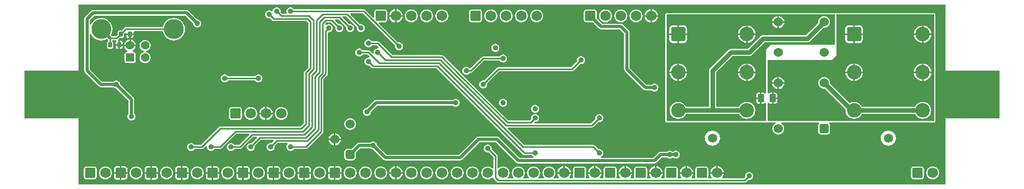
<source format=gbl>
G04 Layer_Physical_Order=2*
G04 Layer_Color=16711680*
%FSLAX25Y25*%
%MOIN*%
G70*
G01*
G75*
G04:AMPARAMS|DCode=12|XSize=25.59mil|YSize=33.47mil|CornerRadius=3.2mil|HoleSize=0mil|Usage=FLASHONLY|Rotation=180.000|XOffset=0mil|YOffset=0mil|HoleType=Round|Shape=RoundedRectangle|*
%AMROUNDEDRECTD12*
21,1,0.02559,0.02707,0,0,180.0*
21,1,0.01919,0.03347,0,0,180.0*
1,1,0.00640,-0.00960,0.01353*
1,1,0.00640,0.00960,0.01353*
1,1,0.00640,0.00960,-0.01353*
1,1,0.00640,-0.00960,-0.01353*
%
%ADD12ROUNDEDRECTD12*%
G04:AMPARAMS|DCode=18|XSize=39.37mil|YSize=51.18mil|CornerRadius=4.92mil|HoleSize=0mil|Usage=FLASHONLY|Rotation=180.000|XOffset=0mil|YOffset=0mil|HoleType=Round|Shape=RoundedRectangle|*
%AMROUNDEDRECTD18*
21,1,0.03937,0.04134,0,0,180.0*
21,1,0.02953,0.05118,0,0,180.0*
1,1,0.00984,-0.01476,0.02067*
1,1,0.00984,0.01476,0.02067*
1,1,0.00984,0.01476,-0.02067*
1,1,0.00984,-0.01476,-0.02067*
%
%ADD18ROUNDEDRECTD18*%
%ADD29C,0.01000*%
%ADD30C,0.02000*%
%ADD33C,0.03000*%
G04:AMPARAMS|DCode=36|XSize=56.22mil|YSize=56.22mil|CornerRadius=8.43mil|HoleSize=0mil|Usage=FLASHONLY|Rotation=180.000|XOffset=0mil|YOffset=0mil|HoleType=Round|Shape=RoundedRectangle|*
%AMROUNDEDRECTD36*
21,1,0.05622,0.03935,0,0,180.0*
21,1,0.03935,0.05622,0,0,180.0*
1,1,0.01687,-0.01968,0.01968*
1,1,0.01687,0.01968,0.01968*
1,1,0.01687,0.01968,-0.01968*
1,1,0.01687,-0.01968,-0.01968*
%
%ADD36ROUNDEDRECTD36*%
%ADD37C,0.05622*%
%ADD38C,0.13055*%
%ADD39C,0.06800*%
G04:AMPARAMS|DCode=40|XSize=68mil|YSize=68mil|CornerRadius=10.2mil|HoleSize=0mil|Usage=FLASHONLY|Rotation=270.000|XOffset=0mil|YOffset=0mil|HoleType=Round|Shape=RoundedRectangle|*
%AMROUNDEDRECTD40*
21,1,0.06800,0.04760,0,0,270.0*
21,1,0.04760,0.06800,0,0,270.0*
1,1,0.02040,-0.02380,-0.02380*
1,1,0.02040,-0.02380,0.02380*
1,1,0.02040,0.02380,0.02380*
1,1,0.02040,0.02380,-0.02380*
%
%ADD40ROUNDEDRECTD40*%
%ADD41C,0.22441*%
%ADD42C,0.02756*%
G04:AMPARAMS|DCode=43|XSize=60mil|YSize=60mil|CornerRadius=9mil|HoleSize=0mil|Usage=FLASHONLY|Rotation=90.000|XOffset=0mil|YOffset=0mil|HoleType=Round|Shape=RoundedRectangle|*
%AMROUNDEDRECTD43*
21,1,0.06000,0.04200,0,0,90.0*
21,1,0.04200,0.06000,0,0,90.0*
1,1,0.01800,0.02100,0.02100*
1,1,0.01800,0.02100,-0.02100*
1,1,0.01800,-0.02100,-0.02100*
1,1,0.01800,-0.02100,0.02100*
%
%ADD43ROUNDEDRECTD43*%
%ADD44C,0.06000*%
G04:AMPARAMS|DCode=45|XSize=60mil|YSize=60mil|CornerRadius=15mil|HoleSize=0mil|Usage=FLASHONLY|Rotation=90.000|XOffset=0mil|YOffset=0mil|HoleType=Round|Shape=RoundedRectangle|*
%AMROUNDEDRECTD45*
21,1,0.06000,0.03000,0,0,90.0*
21,1,0.03000,0.06000,0,0,90.0*
1,1,0.03000,0.01500,0.01500*
1,1,0.03000,0.01500,-0.01500*
1,1,0.03000,-0.01500,-0.01500*
1,1,0.03000,-0.01500,0.01500*
%
%ADD45ROUNDEDRECTD45*%
G04:AMPARAMS|DCode=46|XSize=94.49mil|YSize=94.49mil|CornerRadius=11.81mil|HoleSize=0mil|Usage=FLASHONLY|Rotation=270.000|XOffset=0mil|YOffset=0mil|HoleType=Round|Shape=RoundedRectangle|*
%AMROUNDEDRECTD46*
21,1,0.09449,0.07087,0,0,270.0*
21,1,0.07087,0.09449,0,0,270.0*
1,1,0.02362,-0.03543,-0.03543*
1,1,0.02362,-0.03543,0.03543*
1,1,0.02362,0.03543,0.03543*
1,1,0.02362,0.03543,-0.03543*
%
%ADD46ROUNDEDRECTD46*%
%ADD47C,0.09449*%
%ADD48C,0.03543*%
%ADD49C,0.03150*%
G36*
X602362Y114173D02*
X637795D01*
Y82677D01*
X602362D01*
Y39370D01*
X35433D01*
Y82677D01*
X0D01*
Y114173D01*
X35433D01*
Y157480D01*
X602362D01*
Y114173D01*
D02*
G37*
%LPC*%
G36*
X165380Y51440D02*
X163500D01*
Y47500D01*
X167440D01*
Y49380D01*
X167283Y50168D01*
X166836Y50836D01*
X166168Y51283D01*
X165380Y51440D01*
D02*
G37*
G36*
X185380D02*
X183500D01*
Y47500D01*
X187440D01*
Y49380D01*
X187283Y50168D01*
X186836Y50836D01*
X186168Y51283D01*
X185380Y51440D01*
D02*
G37*
G36*
X145380D02*
X143500D01*
Y47500D01*
X147440D01*
Y49380D01*
X147283Y50168D01*
X146836Y50836D01*
X146168Y51283D01*
X145380Y51440D01*
D02*
G37*
G36*
X85380D02*
X83500D01*
Y47500D01*
X87440D01*
Y49380D01*
X87283Y50168D01*
X86836Y50836D01*
X86168Y51283D01*
X85380Y51440D01*
D02*
G37*
G36*
X125380D02*
X123500D01*
Y47500D01*
X127440D01*
Y49380D01*
X127283Y50168D01*
X126836Y50836D01*
X126168Y51283D01*
X125380Y51440D01*
D02*
G37*
G36*
X373500Y51372D02*
Y47500D01*
X377372D01*
X377287Y48149D01*
X376843Y49219D01*
X376138Y50138D01*
X375219Y50843D01*
X374149Y51287D01*
X373500Y51372D01*
D02*
G37*
G36*
X393500D02*
Y47500D01*
X397372D01*
X397287Y48149D01*
X396843Y49219D01*
X396138Y50138D01*
X395219Y50843D01*
X394149Y51287D01*
X393500Y51372D01*
D02*
G37*
G36*
X353500D02*
Y47500D01*
X357372D01*
X357287Y48149D01*
X356843Y49219D01*
X356138Y50138D01*
X355219Y50843D01*
X354149Y51287D01*
X353500Y51372D01*
D02*
G37*
G36*
X205380Y51440D02*
X203500D01*
Y47500D01*
X207440D01*
Y49380D01*
X207283Y50168D01*
X206836Y50836D01*
X206168Y51283D01*
X205380Y51440D01*
D02*
G37*
G36*
X243500Y51372D02*
Y47500D01*
X247372D01*
X247287Y48149D01*
X246843Y49219D01*
X246138Y50138D01*
X245219Y50843D01*
X244149Y51287D01*
X243500Y51372D01*
D02*
G37*
G36*
X65380Y51440D02*
X63500D01*
Y47500D01*
X67440D01*
Y49380D01*
X67283Y50168D01*
X66836Y50836D01*
X66168Y51283D01*
X65380Y51440D01*
D02*
G37*
G36*
X242500Y51372D02*
X241851Y51287D01*
X240781Y50843D01*
X239862Y50138D01*
X239157Y49219D01*
X238713Y48149D01*
X238628Y47500D01*
X242500D01*
Y51372D01*
D02*
G37*
G36*
X352500D02*
X351851Y51287D01*
X350781Y50843D01*
X349862Y50138D01*
X349157Y49219D01*
X348713Y48149D01*
X348628Y47500D01*
X352500D01*
Y51372D01*
D02*
G37*
G36*
X102500Y51440D02*
X100620D01*
X99832Y51283D01*
X99164Y50836D01*
X98717Y50168D01*
X98560Y49380D01*
Y47500D01*
X102500D01*
Y51440D01*
D02*
G37*
G36*
X182500D02*
X180620D01*
X179832Y51283D01*
X179164Y50836D01*
X178717Y50168D01*
X178560Y49380D01*
Y47500D01*
X182500D01*
Y51440D01*
D02*
G37*
G36*
X202500D02*
X200620D01*
X199832Y51283D01*
X199164Y50836D01*
X198717Y50168D01*
X198560Y49380D01*
Y47500D01*
X202500D01*
Y51440D01*
D02*
G37*
G36*
X432500Y51372D02*
X431851Y51287D01*
X430781Y50843D01*
X429862Y50138D01*
X429157Y49219D01*
X428713Y48149D01*
X428628Y47500D01*
X432500D01*
Y51372D01*
D02*
G37*
G36*
X452500D02*
X451851Y51287D01*
X450781Y50843D01*
X449862Y50138D01*
X449157Y49219D01*
X448713Y48149D01*
X448628Y47500D01*
X452500D01*
Y51372D01*
D02*
G37*
G36*
X412500D02*
X411851Y51287D01*
X410781Y50843D01*
X409862Y50138D01*
X409157Y49219D01*
X408713Y48149D01*
X408628Y47500D01*
X412500D01*
Y51372D01*
D02*
G37*
G36*
X372500D02*
X371851Y51287D01*
X370781Y50843D01*
X369862Y50138D01*
X369157Y49219D01*
X368713Y48149D01*
X368628Y47500D01*
X372500D01*
Y51372D01*
D02*
G37*
G36*
X392500D02*
X391851Y51287D01*
X390781Y50843D01*
X389862Y50138D01*
X389157Y49219D01*
X388713Y48149D01*
X388628Y47500D01*
X392500D01*
Y51372D01*
D02*
G37*
G36*
X148000Y90236D02*
X146904Y90092D01*
X145882Y89669D01*
X145004Y88995D01*
X144331Y88118D01*
X143908Y87096D01*
X143764Y86000D01*
X143908Y84904D01*
X144331Y83882D01*
X145004Y83004D01*
X145882Y82331D01*
X146904Y81908D01*
X148000Y81764D01*
X149096Y81908D01*
X150118Y82331D01*
X150996Y83004D01*
X151669Y83882D01*
X152092Y84904D01*
X152236Y86000D01*
X152092Y87096D01*
X151669Y88118D01*
X150996Y88995D01*
X150118Y89669D01*
X149096Y90092D01*
X148000Y90236D01*
D02*
G37*
G36*
X168000D02*
X166904Y90092D01*
X165882Y89669D01*
X165005Y88995D01*
X164331Y88118D01*
X163908Y87096D01*
X163764Y86000D01*
X163908Y84904D01*
X164331Y83882D01*
X165005Y83004D01*
X165882Y82331D01*
X166904Y81908D01*
X168000Y81764D01*
X169096Y81908D01*
X170118Y82331D01*
X170995Y83004D01*
X171669Y83882D01*
X172092Y84904D01*
X172236Y86000D01*
X172092Y87096D01*
X171669Y88118D01*
X170995Y88995D01*
X170118Y89669D01*
X169096Y90092D01*
X168000Y90236D01*
D02*
G37*
G36*
X162372Y85500D02*
X158500D01*
Y81628D01*
X159149Y81713D01*
X160219Y82157D01*
X161138Y82862D01*
X161843Y83781D01*
X162287Y84851D01*
X162372Y85500D01*
D02*
G37*
G36*
X213000Y82833D02*
X212008Y82702D01*
X211084Y82319D01*
X210290Y81710D01*
X209681Y80916D01*
X209298Y79992D01*
X209167Y79000D01*
X209298Y78008D01*
X209681Y77084D01*
X210290Y76290D01*
X211084Y75681D01*
X212008Y75298D01*
X213000Y75167D01*
X213992Y75298D01*
X214916Y75681D01*
X215710Y76290D01*
X216319Y77084D01*
X216702Y78008D01*
X216833Y79000D01*
X216702Y79992D01*
X216319Y80916D01*
X215710Y81710D01*
X214916Y82319D01*
X213992Y82702D01*
X213000Y82833D01*
D02*
G37*
G36*
X157500Y85500D02*
X153628D01*
X153713Y84851D01*
X154157Y83781D01*
X154862Y82862D01*
X155781Y82157D01*
X156851Y81713D01*
X157500Y81628D01*
Y85500D01*
D02*
G37*
G36*
X158500Y90372D02*
Y86500D01*
X162372D01*
X162287Y87149D01*
X161843Y88219D01*
X161138Y89138D01*
X160219Y89843D01*
X159149Y90287D01*
X158500Y90372D01*
D02*
G37*
G36*
X282000Y95594D02*
X281329Y95505D01*
X280703Y95246D01*
X280167Y94835D01*
X230000D01*
X229298Y94696D01*
X228702Y94298D01*
X223998Y89594D01*
X223329Y89505D01*
X222703Y89246D01*
X222166Y88834D01*
X221754Y88297D01*
X221495Y87671D01*
X221406Y87000D01*
X221495Y86329D01*
X221754Y85703D01*
X222166Y85166D01*
X222703Y84754D01*
X223329Y84495D01*
X224000Y84406D01*
X224671Y84495D01*
X225297Y84754D01*
X225834Y85166D01*
X226246Y85703D01*
X226505Y86329D01*
X226594Y86998D01*
X230760Y91165D01*
X280167D01*
X280703Y90754D01*
X281329Y90495D01*
X282000Y90406D01*
X282671Y90495D01*
X283297Y90754D01*
X283834Y91166D01*
X284246Y91703D01*
X284506Y92329D01*
X284594Y93000D01*
X284506Y93671D01*
X284246Y94297D01*
X283834Y94834D01*
X283297Y95246D01*
X282671Y95505D01*
X282000Y95594D01*
D02*
G37*
G36*
X157500Y90372D02*
X156851Y90287D01*
X155781Y89843D01*
X154862Y89138D01*
X154157Y88219D01*
X153713Y87149D01*
X153628Y86500D01*
X157500D01*
Y90372D01*
D02*
G37*
G36*
X140380Y90236D02*
X135620D01*
X134910Y90094D01*
X134308Y89692D01*
X133906Y89090D01*
X133764Y88380D01*
Y83620D01*
X133906Y82910D01*
X134308Y82308D01*
X134910Y81906D01*
X135620Y81764D01*
X140380D01*
X141090Y81906D01*
X141692Y82308D01*
X142094Y82910D01*
X142236Y83620D01*
Y88380D01*
X142094Y89090D01*
X141692Y89692D01*
X141090Y90094D01*
X140380Y90236D01*
D02*
G37*
G36*
X334000Y91594D02*
X333329Y91505D01*
X332703Y91246D01*
X332166Y90834D01*
X331754Y90297D01*
X331494Y89671D01*
X331406Y89000D01*
X331494Y88329D01*
X331754Y87703D01*
X332166Y87166D01*
X332703Y86754D01*
X333329Y86494D01*
X334000Y86406D01*
X334671Y86494D01*
X335297Y86754D01*
X335834Y87166D01*
X336246Y87703D01*
X336506Y88329D01*
X336594Y89000D01*
X336506Y89671D01*
X336246Y90297D01*
X335834Y90834D01*
X335297Y91246D01*
X334671Y91505D01*
X334000Y91594D01*
D02*
G37*
G36*
X203500Y72969D02*
Y69500D01*
X206969D01*
X206897Y70044D01*
X206494Y71017D01*
X205853Y71853D01*
X205017Y72494D01*
X204044Y72897D01*
X203500Y72969D01*
D02*
G37*
G36*
X105380Y51440D02*
X103500D01*
Y47500D01*
X107440D01*
Y49380D01*
X107283Y50168D01*
X106836Y50836D01*
X106168Y51283D01*
X105380Y51440D01*
D02*
G37*
G36*
X303000Y65594D02*
X302329Y65505D01*
X301703Y65246D01*
X301166Y64834D01*
X300754Y64297D01*
X300495Y63671D01*
X300406Y63000D01*
X300495Y62329D01*
X300754Y61703D01*
X301166Y61166D01*
X301703Y60754D01*
X302329Y60495D01*
X303000Y60406D01*
X303636Y60490D01*
X306675Y57451D01*
Y50425D01*
X306331Y50208D01*
X305874Y50088D01*
X305118Y50669D01*
X304096Y51092D01*
X303000Y51236D01*
X301904Y51092D01*
X300882Y50669D01*
X300005Y49995D01*
X299331Y49118D01*
X298908Y48096D01*
X298764Y47000D01*
X298908Y45904D01*
X299331Y44882D01*
X300005Y44004D01*
X300882Y43331D01*
X301904Y42908D01*
X303000Y42764D01*
X304096Y42908D01*
X305118Y43331D01*
X305902Y43933D01*
X305924Y43935D01*
X306316Y43858D01*
X306742Y43663D01*
X306775Y43493D01*
X307063Y43063D01*
X309063Y41063D01*
X309493Y40775D01*
X310000Y40674D01*
X471000D01*
X471507Y40775D01*
X471937Y41063D01*
X473364Y42490D01*
X474000Y42406D01*
X474671Y42494D01*
X475297Y42754D01*
X475834Y43166D01*
X476246Y43703D01*
X476506Y44329D01*
X476594Y45000D01*
X476506Y45671D01*
X476246Y46297D01*
X475834Y46834D01*
X475297Y47246D01*
X474671Y47506D01*
X474000Y47594D01*
X473329Y47506D01*
X472703Y47246D01*
X472166Y46834D01*
X471754Y46297D01*
X471494Y45671D01*
X471406Y45000D01*
X471490Y44364D01*
X470451Y43325D01*
X456687D01*
X456340Y44126D01*
X456843Y44781D01*
X457287Y45851D01*
X457372Y46500D01*
X453000D01*
X448628D01*
X448713Y45851D01*
X449157Y44781D01*
X449660Y44126D01*
X449313Y43325D01*
X447593D01*
X447137Y44126D01*
X447236Y44620D01*
Y49380D01*
X447094Y50090D01*
X446692Y50692D01*
X446090Y51094D01*
X445380Y51236D01*
X440620D01*
X439910Y51094D01*
X439308Y50692D01*
X438906Y50090D01*
X438764Y49380D01*
Y44620D01*
X438863Y44126D01*
X438407Y43325D01*
X436687D01*
X436340Y44126D01*
X436843Y44781D01*
X437287Y45851D01*
X437372Y46500D01*
X433000D01*
X428628D01*
X428713Y45851D01*
X429157Y44781D01*
X429660Y44126D01*
X429313Y43325D01*
X427593D01*
X427137Y44126D01*
X427236Y44620D01*
Y49380D01*
X427094Y50090D01*
X426692Y50692D01*
X426090Y51094D01*
X425380Y51236D01*
X420620D01*
X419910Y51094D01*
X419308Y50692D01*
X418906Y50090D01*
X418764Y49380D01*
Y44620D01*
X418863Y44126D01*
X418407Y43325D01*
X416687D01*
X416340Y44126D01*
X416843Y44781D01*
X417287Y45851D01*
X417372Y46500D01*
X413000D01*
X408628D01*
X408713Y45851D01*
X409157Y44781D01*
X409660Y44126D01*
X409313Y43325D01*
X407593D01*
X407137Y44126D01*
X407236Y44620D01*
Y49380D01*
X407094Y50090D01*
X406692Y50692D01*
X406090Y51094D01*
X405380Y51236D01*
X400620D01*
X399910Y51094D01*
X399308Y50692D01*
X398906Y50090D01*
X398764Y49380D01*
Y44620D01*
X398863Y44126D01*
X398407Y43325D01*
X396687D01*
X396340Y44126D01*
X396843Y44781D01*
X397287Y45851D01*
X397372Y46500D01*
X393000D01*
Y47000D01*
D01*
Y46500D01*
X388628D01*
X388713Y45851D01*
X389157Y44781D01*
X389660Y44126D01*
X389313Y43325D01*
X387593D01*
X387137Y44126D01*
X387236Y44620D01*
Y49380D01*
X387094Y50090D01*
X386692Y50692D01*
X386090Y51094D01*
X385380Y51236D01*
X380620D01*
X379910Y51094D01*
X379308Y50692D01*
X378906Y50090D01*
X378764Y49380D01*
Y44620D01*
X378863Y44126D01*
X378407Y43325D01*
X376687D01*
X376340Y44126D01*
X376843Y44781D01*
X377287Y45851D01*
X377372Y46500D01*
X373000D01*
X368628D01*
X368713Y45851D01*
X369157Y44781D01*
X369660Y44126D01*
X369313Y43325D01*
X367593D01*
X367137Y44126D01*
X367236Y44620D01*
Y49380D01*
X367094Y50090D01*
X366692Y50692D01*
X366090Y51094D01*
X365380Y51236D01*
X360620D01*
X359910Y51094D01*
X359308Y50692D01*
X358906Y50090D01*
X358764Y49380D01*
Y44620D01*
X358863Y44126D01*
X358407Y43325D01*
X356687D01*
X356340Y44126D01*
X356843Y44781D01*
X357287Y45851D01*
X357372Y46500D01*
X353000D01*
X348628D01*
X348713Y45851D01*
X349157Y44781D01*
X349660Y44126D01*
X349313Y43325D01*
X346425D01*
X346208Y43669D01*
X346088Y44126D01*
X346669Y44882D01*
X347092Y45904D01*
X347236Y47000D01*
X347092Y48096D01*
X346669Y49118D01*
X345995Y49995D01*
X345118Y50669D01*
X344096Y51092D01*
X343000Y51236D01*
X341904Y51092D01*
X340882Y50669D01*
X340004Y49995D01*
X339331Y49118D01*
X338908Y48096D01*
X338764Y47000D01*
X338908Y45904D01*
X339331Y44882D01*
X339912Y44126D01*
X339792Y43669D01*
X339575Y43325D01*
X336425D01*
X336208Y43669D01*
X336088Y44126D01*
X336669Y44882D01*
X337092Y45904D01*
X337236Y47000D01*
X337092Y48096D01*
X336669Y49118D01*
X335996Y49995D01*
X335118Y50669D01*
X334096Y51092D01*
X333000Y51236D01*
X331904Y51092D01*
X330882Y50669D01*
X330005Y49995D01*
X329331Y49118D01*
X328908Y48096D01*
X328764Y47000D01*
X328908Y45904D01*
X329331Y44882D01*
X329912Y44126D01*
X329792Y43669D01*
X329575Y43325D01*
X326425D01*
X326208Y43669D01*
X326088Y44126D01*
X326669Y44882D01*
X327092Y45904D01*
X327236Y47000D01*
X327092Y48096D01*
X326669Y49118D01*
X325995Y49995D01*
X325118Y50669D01*
X324096Y51092D01*
X323000Y51236D01*
X321904Y51092D01*
X320882Y50669D01*
X320005Y49995D01*
X319331Y49118D01*
X318908Y48096D01*
X318764Y47000D01*
X318908Y45904D01*
X319331Y44882D01*
X319912Y44126D01*
X319792Y43669D01*
X319575Y43325D01*
X316425D01*
X316208Y43669D01*
X316088Y44126D01*
X316669Y44882D01*
X317092Y45904D01*
X317236Y47000D01*
X317092Y48096D01*
X316669Y49118D01*
X315996Y49995D01*
X315118Y50669D01*
X314096Y51092D01*
X313000Y51236D01*
X311904Y51092D01*
X310882Y50669D01*
X310125Y50088D01*
X309669Y50208D01*
X309326Y50425D01*
Y58000D01*
X309225Y58507D01*
X308937Y58937D01*
X305510Y62364D01*
X305594Y63000D01*
X305505Y63671D01*
X305246Y64297D01*
X304834Y64834D01*
X304297Y65246D01*
X303671Y65505D01*
X303000Y65594D01*
D02*
G37*
G36*
X453500Y51372D02*
Y47500D01*
X457372D01*
X457287Y48149D01*
X456843Y49219D01*
X456138Y50138D01*
X455219Y50843D01*
X454149Y51287D01*
X453500Y51372D01*
D02*
G37*
G36*
X413500D02*
Y47500D01*
X417372D01*
X417287Y48149D01*
X416843Y49219D01*
X416138Y50138D01*
X415219Y50843D01*
X414149Y51287D01*
X413500Y51372D01*
D02*
G37*
G36*
X433500D02*
Y47500D01*
X437372D01*
X437287Y48149D01*
X436843Y49219D01*
X436138Y50138D01*
X435219Y50843D01*
X434149Y51287D01*
X433500Y51372D01*
D02*
G37*
G36*
X206969Y68500D02*
X203500D01*
Y65031D01*
X204044Y65103D01*
X205017Y65506D01*
X205853Y66147D01*
X206494Y66983D01*
X206897Y67956D01*
X206969Y68500D01*
D02*
G37*
G36*
X202500Y72969D02*
X201956Y72897D01*
X200983Y72494D01*
X200147Y71853D01*
X199506Y71017D01*
X199103Y70044D01*
X199031Y69500D01*
X202500D01*
Y72969D01*
D02*
G37*
G36*
Y68500D02*
X199031D01*
X199103Y67956D01*
X199506Y66983D01*
X200147Y66147D01*
X200983Y65506D01*
X201956Y65103D01*
X202500Y65031D01*
Y68500D01*
D02*
G37*
G36*
X450000Y74748D02*
X448712Y74578D01*
X447512Y74081D01*
X446481Y73290D01*
X445690Y72260D01*
X445193Y71060D01*
X445024Y69772D01*
X445193Y68484D01*
X445690Y67283D01*
X446481Y66253D01*
X447512Y65462D01*
X448712Y64965D01*
X450000Y64795D01*
X451288Y64965D01*
X452488Y65462D01*
X453519Y66253D01*
X454310Y67283D01*
X454807Y68484D01*
X454976Y69772D01*
X454807Y71060D01*
X454310Y72260D01*
X453519Y73290D01*
X452488Y74081D01*
X451288Y74578D01*
X450000Y74748D01*
D02*
G37*
G36*
X565000D02*
X563712Y74578D01*
X562512Y74081D01*
X561481Y73290D01*
X560690Y72260D01*
X560193Y71060D01*
X560024Y69772D01*
X560193Y68484D01*
X560690Y67283D01*
X561481Y66253D01*
X562512Y65462D01*
X563712Y64965D01*
X565000Y64795D01*
X566288Y64965D01*
X567488Y65462D01*
X568519Y66253D01*
X569310Y67283D01*
X569807Y68484D01*
X569976Y69772D01*
X569807Y71060D01*
X569310Y72260D01*
X568519Y73290D01*
X567488Y74081D01*
X566288Y74578D01*
X565000Y74748D01*
D02*
G37*
G36*
X202500Y46500D02*
X198560D01*
Y44620D01*
X198717Y43832D01*
X199164Y43164D01*
X199832Y42717D01*
X200620Y42560D01*
X202500D01*
Y46500D01*
D02*
G37*
G36*
X207440D02*
X203500D01*
Y42560D01*
X205380D01*
X206168Y42717D01*
X206836Y43164D01*
X207283Y43832D01*
X207440Y44620D01*
Y46500D01*
D02*
G37*
G36*
X187440D02*
X183500D01*
Y42560D01*
X185380D01*
X186168Y42717D01*
X186836Y43164D01*
X187283Y43832D01*
X187440Y44620D01*
Y46500D01*
D02*
G37*
G36*
X167440D02*
X163500D01*
Y42560D01*
X165380D01*
X166168Y42717D01*
X166836Y43164D01*
X167283Y43832D01*
X167440Y44620D01*
Y46500D01*
D02*
G37*
G36*
X182500D02*
X178560D01*
Y44620D01*
X178717Y43832D01*
X179164Y43164D01*
X179832Y42717D01*
X180620Y42560D01*
X182500D01*
Y46500D01*
D02*
G37*
G36*
X73000Y51236D02*
X71904Y51092D01*
X70882Y50669D01*
X70004Y49995D01*
X69331Y49118D01*
X68908Y48096D01*
X68764Y47000D01*
X68908Y45904D01*
X69331Y44882D01*
X70004Y44004D01*
X70882Y43331D01*
X71904Y42908D01*
X73000Y42764D01*
X74096Y42908D01*
X75118Y43331D01*
X75995Y44004D01*
X76669Y44882D01*
X77092Y45904D01*
X77236Y47000D01*
X77092Y48096D01*
X76669Y49118D01*
X75995Y49995D01*
X75118Y50669D01*
X74096Y51092D01*
X73000Y51236D01*
D02*
G37*
G36*
X93000D02*
X91904Y51092D01*
X90882Y50669D01*
X90004Y49995D01*
X89331Y49118D01*
X88908Y48096D01*
X88764Y47000D01*
X88908Y45904D01*
X89331Y44882D01*
X90004Y44004D01*
X90882Y43331D01*
X91904Y42908D01*
X93000Y42764D01*
X94096Y42908D01*
X95118Y43331D01*
X95995Y44004D01*
X96669Y44882D01*
X97092Y45904D01*
X97236Y47000D01*
X97092Y48096D01*
X96669Y49118D01*
X95995Y49995D01*
X95118Y50669D01*
X94096Y51092D01*
X93000Y51236D01*
D02*
G37*
G36*
X53000D02*
X51904Y51092D01*
X50882Y50669D01*
X50005Y49995D01*
X49331Y49118D01*
X48908Y48096D01*
X48764Y47000D01*
X48908Y45904D01*
X49331Y44882D01*
X50005Y44004D01*
X50882Y43331D01*
X51904Y42908D01*
X53000Y42764D01*
X54096Y42908D01*
X55118Y43331D01*
X55996Y44004D01*
X56669Y44882D01*
X57092Y45904D01*
X57236Y47000D01*
X57092Y48096D01*
X56669Y49118D01*
X55996Y49995D01*
X55118Y50669D01*
X54096Y51092D01*
X53000Y51236D01*
D02*
G37*
G36*
X242500Y46500D02*
X238628D01*
X238713Y45851D01*
X239157Y44781D01*
X239862Y43862D01*
X240781Y43157D01*
X241851Y42713D01*
X242500Y42628D01*
Y46500D01*
D02*
G37*
G36*
X247372D02*
X243500D01*
Y42628D01*
X244149Y42713D01*
X245219Y43157D01*
X246138Y43862D01*
X246843Y44781D01*
X247287Y45851D01*
X247372Y46500D01*
D02*
G37*
G36*
X162500D02*
X158560D01*
Y44620D01*
X158717Y43832D01*
X159164Y43164D01*
X159832Y42717D01*
X160620Y42560D01*
X162500D01*
Y46500D01*
D02*
G37*
G36*
X87440D02*
X83500D01*
Y42560D01*
X85380D01*
X86168Y42717D01*
X86836Y43164D01*
X87283Y43832D01*
X87440Y44620D01*
Y46500D01*
D02*
G37*
G36*
X102500D02*
X98560D01*
Y44620D01*
X98717Y43832D01*
X99164Y43164D01*
X99832Y42717D01*
X100620Y42560D01*
X102500D01*
Y46500D01*
D02*
G37*
G36*
X82500D02*
X78560D01*
Y44620D01*
X78717Y43832D01*
X79164Y43164D01*
X79832Y42717D01*
X80620Y42560D01*
X82500D01*
Y46500D01*
D02*
G37*
G36*
X62500D02*
X58560D01*
Y44620D01*
X58717Y43832D01*
X59164Y43164D01*
X59832Y42717D01*
X60620Y42560D01*
X62500D01*
Y46500D01*
D02*
G37*
G36*
X67440D02*
X63500D01*
Y42560D01*
X65380D01*
X66168Y42717D01*
X66836Y43164D01*
X67283Y43832D01*
X67440Y44620D01*
Y46500D01*
D02*
G37*
G36*
X142500D02*
X138560D01*
Y44620D01*
X138717Y43832D01*
X139164Y43164D01*
X139832Y42717D01*
X140620Y42560D01*
X142500D01*
Y46500D01*
D02*
G37*
G36*
X147440D02*
X143500D01*
Y42560D01*
X145380D01*
X146168Y42717D01*
X146836Y43164D01*
X147283Y43832D01*
X147440Y44620D01*
Y46500D01*
D02*
G37*
G36*
X127440D02*
X123500D01*
Y42560D01*
X125380D01*
X126168Y42717D01*
X126836Y43164D01*
X127283Y43832D01*
X127440Y44620D01*
Y46500D01*
D02*
G37*
G36*
X107440D02*
X103500D01*
Y42560D01*
X105380D01*
X106168Y42717D01*
X106836Y43164D01*
X107283Y43832D01*
X107440Y44620D01*
Y46500D01*
D02*
G37*
G36*
X122500D02*
X118560D01*
Y44620D01*
X118717Y43832D01*
X119164Y43164D01*
X119832Y42717D01*
X120620Y42560D01*
X122500D01*
Y46500D01*
D02*
G37*
G36*
X45380Y51236D02*
X40620D01*
X39910Y51094D01*
X39308Y50692D01*
X38906Y50090D01*
X38764Y49380D01*
Y44620D01*
X38906Y43910D01*
X39308Y43308D01*
X39910Y42906D01*
X40620Y42764D01*
X45380D01*
X46090Y42906D01*
X46692Y43308D01*
X47094Y43910D01*
X47236Y44620D01*
Y49380D01*
X47094Y50090D01*
X46692Y50692D01*
X46090Y51094D01*
X45380Y51236D01*
D02*
G37*
G36*
X586380D02*
X581620D01*
X580910Y51094D01*
X580308Y50692D01*
X579906Y50090D01*
X579764Y49380D01*
Y44620D01*
X579906Y43910D01*
X580308Y43308D01*
X580910Y42906D01*
X581620Y42764D01*
X586380D01*
X587090Y42906D01*
X587692Y43308D01*
X588094Y43910D01*
X588236Y44620D01*
Y49380D01*
X588094Y50090D01*
X587692Y50692D01*
X587090Y51094D01*
X586380Y51236D01*
D02*
G37*
G36*
X594000Y51236D02*
X592904Y51092D01*
X591882Y50669D01*
X591005Y49995D01*
X590331Y49118D01*
X589908Y48096D01*
X589764Y47000D01*
X589908Y45904D01*
X590331Y44882D01*
X591005Y44004D01*
X591882Y43331D01*
X592904Y42908D01*
X594000Y42764D01*
X595096Y42908D01*
X596118Y43331D01*
X596995Y44004D01*
X597669Y44882D01*
X598092Y45904D01*
X598236Y47000D01*
X598092Y48096D01*
X597669Y49118D01*
X596995Y49995D01*
X596118Y50669D01*
X595096Y51092D01*
X594000Y51236D01*
D02*
G37*
G36*
X283000D02*
X281904Y51092D01*
X280882Y50669D01*
X280005Y49995D01*
X279331Y49118D01*
X278908Y48096D01*
X278764Y47000D01*
X278908Y45904D01*
X279331Y44882D01*
X280005Y44004D01*
X280882Y43331D01*
X281904Y42908D01*
X283000Y42764D01*
X284096Y42908D01*
X285118Y43331D01*
X285996Y44004D01*
X286669Y44882D01*
X287092Y45904D01*
X287236Y47000D01*
X287092Y48096D01*
X286669Y49118D01*
X285996Y49995D01*
X285118Y50669D01*
X284096Y51092D01*
X283000Y51236D01*
D02*
G37*
G36*
X293000D02*
X291904Y51092D01*
X290882Y50669D01*
X290004Y49995D01*
X289331Y49118D01*
X288908Y48096D01*
X288764Y47000D01*
X288908Y45904D01*
X289331Y44882D01*
X290004Y44004D01*
X290882Y43331D01*
X291904Y42908D01*
X293000Y42764D01*
X294096Y42908D01*
X295118Y43331D01*
X295995Y44004D01*
X296669Y44882D01*
X297092Y45904D01*
X297236Y47000D01*
X297092Y48096D01*
X296669Y49118D01*
X295995Y49995D01*
X295118Y50669D01*
X294096Y51092D01*
X293000Y51236D01*
D02*
G37*
G36*
X142500Y51440D02*
X140620D01*
X139832Y51283D01*
X139164Y50836D01*
X138717Y50168D01*
X138560Y49380D01*
Y47500D01*
X142500D01*
Y51440D01*
D02*
G37*
G36*
X162500D02*
X160620D01*
X159832Y51283D01*
X159164Y50836D01*
X158717Y50168D01*
X158560Y49380D01*
Y47500D01*
X162500D01*
Y51440D01*
D02*
G37*
G36*
X122500D02*
X120620D01*
X119832Y51283D01*
X119164Y50836D01*
X118717Y50168D01*
X118560Y49380D01*
Y47500D01*
X122500D01*
Y51440D01*
D02*
G37*
G36*
X62500D02*
X60620D01*
X59832Y51283D01*
X59164Y50836D01*
X58717Y50168D01*
X58560Y49380D01*
Y47500D01*
X62500D01*
Y51440D01*
D02*
G37*
G36*
X82500D02*
X80620D01*
X79832Y51283D01*
X79164Y50836D01*
X78717Y50168D01*
X78560Y49380D01*
Y47500D01*
X82500D01*
Y51440D01*
D02*
G37*
G36*
X273000Y51236D02*
X271904Y51092D01*
X270882Y50669D01*
X270005Y49995D01*
X269331Y49118D01*
X268908Y48096D01*
X268764Y47000D01*
X268908Y45904D01*
X269331Y44882D01*
X270005Y44004D01*
X270882Y43331D01*
X271904Y42908D01*
X273000Y42764D01*
X274096Y42908D01*
X275118Y43331D01*
X275995Y44004D01*
X276669Y44882D01*
X277092Y45904D01*
X277236Y47000D01*
X277092Y48096D01*
X276669Y49118D01*
X275995Y49995D01*
X275118Y50669D01*
X274096Y51092D01*
X273000Y51236D01*
D02*
G37*
G36*
X173000D02*
X171904Y51092D01*
X170882Y50669D01*
X170004Y49995D01*
X169331Y49118D01*
X168908Y48096D01*
X168764Y47000D01*
X168908Y45904D01*
X169331Y44882D01*
X170004Y44004D01*
X170882Y43331D01*
X171904Y42908D01*
X173000Y42764D01*
X174096Y42908D01*
X175118Y43331D01*
X175996Y44004D01*
X176669Y44882D01*
X177092Y45904D01*
X177236Y47000D01*
X177092Y48096D01*
X176669Y49118D01*
X175996Y49995D01*
X175118Y50669D01*
X174096Y51092D01*
X173000Y51236D01*
D02*
G37*
G36*
X193000D02*
X191904Y51092D01*
X190882Y50669D01*
X190005Y49995D01*
X189331Y49118D01*
X188908Y48096D01*
X188764Y47000D01*
X188908Y45904D01*
X189331Y44882D01*
X190005Y44004D01*
X190882Y43331D01*
X191904Y42908D01*
X193000Y42764D01*
X194096Y42908D01*
X195118Y43331D01*
X195995Y44004D01*
X196669Y44882D01*
X197092Y45904D01*
X197236Y47000D01*
X197092Y48096D01*
X196669Y49118D01*
X195995Y49995D01*
X195118Y50669D01*
X194096Y51092D01*
X193000Y51236D01*
D02*
G37*
G36*
X153000D02*
X151904Y51092D01*
X150882Y50669D01*
X150004Y49995D01*
X149331Y49118D01*
X148908Y48096D01*
X148764Y47000D01*
X148908Y45904D01*
X149331Y44882D01*
X150004Y44004D01*
X150882Y43331D01*
X151904Y42908D01*
X153000Y42764D01*
X154096Y42908D01*
X155118Y43331D01*
X155996Y44004D01*
X156669Y44882D01*
X157092Y45904D01*
X157236Y47000D01*
X157092Y48096D01*
X156669Y49118D01*
X155996Y49995D01*
X155118Y50669D01*
X154096Y51092D01*
X153000Y51236D01*
D02*
G37*
G36*
X113000D02*
X111904Y51092D01*
X110882Y50669D01*
X110004Y49995D01*
X109331Y49118D01*
X108908Y48096D01*
X108764Y47000D01*
X108908Y45904D01*
X109331Y44882D01*
X110004Y44004D01*
X110882Y43331D01*
X111904Y42908D01*
X113000Y42764D01*
X114096Y42908D01*
X115118Y43331D01*
X115996Y44004D01*
X116669Y44882D01*
X117092Y45904D01*
X117236Y47000D01*
X117092Y48096D01*
X116669Y49118D01*
X115996Y49995D01*
X115118Y50669D01*
X114096Y51092D01*
X113000Y51236D01*
D02*
G37*
G36*
X133000D02*
X131904Y51092D01*
X130882Y50669D01*
X130005Y49995D01*
X129331Y49118D01*
X128908Y48096D01*
X128764Y47000D01*
X128908Y45904D01*
X129331Y44882D01*
X130005Y44004D01*
X130882Y43331D01*
X131904Y42908D01*
X133000Y42764D01*
X134096Y42908D01*
X135118Y43331D01*
X135995Y44004D01*
X136669Y44882D01*
X137092Y45904D01*
X137236Y47000D01*
X137092Y48096D01*
X136669Y49118D01*
X135995Y49995D01*
X135118Y50669D01*
X134096Y51092D01*
X133000Y51236D01*
D02*
G37*
G36*
X253000D02*
X251904Y51092D01*
X250882Y50669D01*
X250005Y49995D01*
X249331Y49118D01*
X248908Y48096D01*
X248764Y47000D01*
X248908Y45904D01*
X249331Y44882D01*
X250005Y44004D01*
X250882Y43331D01*
X251904Y42908D01*
X253000Y42764D01*
X254096Y42908D01*
X255118Y43331D01*
X255995Y44004D01*
X256669Y44882D01*
X257092Y45904D01*
X257236Y47000D01*
X257092Y48096D01*
X256669Y49118D01*
X255995Y49995D01*
X255118Y50669D01*
X254096Y51092D01*
X253000Y51236D01*
D02*
G37*
G36*
X263000D02*
X261904Y51092D01*
X260882Y50669D01*
X260004Y49995D01*
X259331Y49118D01*
X258908Y48096D01*
X258764Y47000D01*
X258908Y45904D01*
X259331Y44882D01*
X260004Y44004D01*
X260882Y43331D01*
X261904Y42908D01*
X263000Y42764D01*
X264096Y42908D01*
X265118Y43331D01*
X265996Y44004D01*
X266669Y44882D01*
X267092Y45904D01*
X267236Y47000D01*
X267092Y48096D01*
X266669Y49118D01*
X265996Y49995D01*
X265118Y50669D01*
X264096Y51092D01*
X263000Y51236D01*
D02*
G37*
G36*
X233000D02*
X231904Y51092D01*
X230882Y50669D01*
X230005Y49995D01*
X229331Y49118D01*
X228908Y48096D01*
X228764Y47000D01*
X228908Y45904D01*
X229331Y44882D01*
X230005Y44004D01*
X230882Y43331D01*
X231904Y42908D01*
X233000Y42764D01*
X234096Y42908D01*
X235118Y43331D01*
X235996Y44004D01*
X236669Y44882D01*
X237092Y45904D01*
X237236Y47000D01*
X237092Y48096D01*
X236669Y49118D01*
X235996Y49995D01*
X235118Y50669D01*
X234096Y51092D01*
X233000Y51236D01*
D02*
G37*
G36*
X213000D02*
X211904Y51092D01*
X210882Y50669D01*
X210004Y49995D01*
X209331Y49118D01*
X208908Y48096D01*
X208764Y47000D01*
X208908Y45904D01*
X209331Y44882D01*
X210004Y44004D01*
X210882Y43331D01*
X211904Y42908D01*
X213000Y42764D01*
X214096Y42908D01*
X215118Y43331D01*
X215996Y44004D01*
X216669Y44882D01*
X217092Y45904D01*
X217236Y47000D01*
X217092Y48096D01*
X216669Y49118D01*
X215996Y49995D01*
X215118Y50669D01*
X214096Y51092D01*
X213000Y51236D01*
D02*
G37*
G36*
X223000D02*
X221904Y51092D01*
X220882Y50669D01*
X220005Y49995D01*
X219331Y49118D01*
X218908Y48096D01*
X218764Y47000D01*
X218908Y45904D01*
X219331Y44882D01*
X220005Y44004D01*
X220882Y43331D01*
X221904Y42908D01*
X223000Y42764D01*
X224096Y42908D01*
X225118Y43331D01*
X225995Y44004D01*
X226669Y44882D01*
X227092Y45904D01*
X227236Y47000D01*
X227092Y48096D01*
X226669Y49118D01*
X225995Y49995D01*
X225118Y50669D01*
X224096Y51092D01*
X223000Y51236D01*
D02*
G37*
G36*
X106000Y153835D02*
X45000D01*
X44298Y153696D01*
X43702Y153298D01*
X39702Y149298D01*
X39304Y148702D01*
X39165Y148000D01*
Y114000D01*
X39304Y113298D01*
X39702Y112702D01*
X48702Y103702D01*
X49298Y103304D01*
X50000Y103165D01*
X58167D01*
X58703Y102754D01*
X59329Y102495D01*
X59998Y102406D01*
X68165Y94240D01*
Y85833D01*
X67754Y85297D01*
X67494Y84671D01*
X67406Y84000D01*
X67494Y83329D01*
X67754Y82703D01*
X68166Y82166D01*
X68703Y81754D01*
X69329Y81494D01*
X70000Y81406D01*
X70671Y81494D01*
X71297Y81754D01*
X71834Y82166D01*
X72246Y82703D01*
X72505Y83329D01*
X72594Y84000D01*
X72505Y84671D01*
X72246Y85297D01*
X71835Y85833D01*
Y95000D01*
X71696Y95702D01*
X71298Y96298D01*
X62594Y105002D01*
X62506Y105671D01*
X62246Y106297D01*
X61834Y106834D01*
X61297Y107246D01*
X60671Y107506D01*
X60000Y107594D01*
X59329Y107506D01*
X58703Y107246D01*
X58167Y106835D01*
X50760D01*
X42835Y114760D01*
Y137994D01*
X43635Y138195D01*
X44177Y137181D01*
X45093Y136065D01*
X46209Y135150D01*
X47482Y134469D01*
X48863Y134050D01*
X50299Y133909D01*
X51736Y134050D01*
X53117Y134469D01*
X54022Y134953D01*
X54722Y134254D01*
Y133422D01*
X54651Y133408D01*
X54280Y133161D01*
X54033Y132790D01*
X53946Y132353D01*
Y129647D01*
X54033Y129210D01*
X54280Y128839D01*
X54651Y128592D01*
X55088Y128505D01*
X57007D01*
X57444Y128592D01*
X57814Y128839D01*
X58062Y129210D01*
X58149Y129647D01*
Y132353D01*
X58062Y132790D01*
X57814Y133161D01*
X57444Y133408D01*
X57573Y134198D01*
X59938D01*
X60181Y133398D01*
X60041Y133305D01*
X59750Y132868D01*
X59647Y132353D01*
Y131500D01*
X61453D01*
Y134095D01*
X61330Y134499D01*
X61461Y134586D01*
X62379Y135505D01*
X64007D01*
X64444Y135592D01*
X64814Y135839D01*
X65062Y136210D01*
X65149Y136647D01*
Y138274D01*
X65847Y138973D01*
X66647Y138642D01*
Y138500D01*
X68953D01*
X71258D01*
Y139353D01*
X71956Y139946D01*
X90468D01*
X90479Y139835D01*
X90898Y138454D01*
X91579Y137181D01*
X92494Y136065D01*
X93610Y135150D01*
X94883Y134469D01*
X96264Y134050D01*
X97701Y133909D01*
X99137Y134050D01*
X100519Y134469D01*
X101791Y135150D01*
X102907Y136065D01*
X103823Y137181D01*
X104503Y138454D01*
X104922Y139835D01*
X105064Y141272D01*
X104922Y142708D01*
X104503Y144089D01*
X103823Y145362D01*
X102907Y146478D01*
X101791Y147394D01*
X100519Y148074D01*
X99137Y148493D01*
X97701Y148635D01*
X96264Y148493D01*
X94883Y148074D01*
X93610Y147394D01*
X92494Y146478D01*
X91579Y145362D01*
X90898Y144089D01*
X90479Y142708D01*
X90468Y142597D01*
X66272D01*
X65764Y142496D01*
X65334Y142209D01*
X63621Y140495D01*
X62088D01*
X61651Y140408D01*
X61280Y140161D01*
X61033Y139790D01*
X60946Y139353D01*
Y137820D01*
X59975Y136849D01*
X57317D01*
X56618Y137548D01*
X57102Y138454D01*
X57521Y139835D01*
X57662Y141272D01*
X57521Y142708D01*
X57102Y144089D01*
X56421Y145362D01*
X55506Y146478D01*
X54390Y147394D01*
X53117Y148074D01*
X51736Y148493D01*
X50299Y148635D01*
X48863Y148493D01*
X47482Y148074D01*
X46209Y147394D01*
X45093Y146478D01*
X44177Y145362D01*
X43635Y144349D01*
X42835Y144549D01*
Y147240D01*
X45760Y150165D01*
X105240D01*
X110406Y144998D01*
X110494Y144329D01*
X110754Y143703D01*
X111166Y143166D01*
X111703Y142754D01*
X112329Y142494D01*
X113000Y142406D01*
X113671Y142494D01*
X114297Y142754D01*
X114834Y143166D01*
X115246Y143703D01*
X115506Y144329D01*
X115594Y145000D01*
X115506Y145671D01*
X115246Y146297D01*
X114834Y146834D01*
X114297Y147246D01*
X113671Y147505D01*
X113002Y147594D01*
X107298Y153298D01*
X106702Y153696D01*
X106586Y153719D01*
X106000Y153835D01*
D02*
G37*
G36*
X242500Y149500D02*
X238628D01*
X238713Y148851D01*
X239157Y147781D01*
X239862Y146862D01*
X240781Y146157D01*
X241851Y145713D01*
X242500Y145628D01*
Y149500D01*
D02*
G37*
G36*
X364000Y123594D02*
X363329Y123505D01*
X362703Y123246D01*
X362166Y122834D01*
X361754Y122297D01*
X361494Y121671D01*
X361406Y121000D01*
X361490Y120364D01*
X357451Y116325D01*
X310000D01*
X309493Y116225D01*
X309063Y115937D01*
X300636Y107510D01*
X300000Y107594D01*
X299329Y107506D01*
X298703Y107246D01*
X298166Y106834D01*
X297754Y106297D01*
X297495Y105671D01*
X297406Y105000D01*
X297495Y104329D01*
X297754Y103703D01*
X298166Y103166D01*
X298703Y102754D01*
X299329Y102495D01*
X300000Y102406D01*
X300671Y102495D01*
X301297Y102754D01*
X301834Y103166D01*
X302246Y103703D01*
X302505Y104329D01*
X302594Y105000D01*
X302510Y105636D01*
X310549Y113674D01*
X358000D01*
X358507Y113775D01*
X358937Y114063D01*
X363364Y118490D01*
X364000Y118406D01*
X364671Y118494D01*
X365297Y118754D01*
X365834Y119166D01*
X366246Y119703D01*
X366506Y120329D01*
X366594Y121000D01*
X366506Y121671D01*
X366246Y122297D01*
X365834Y122834D01*
X365297Y123246D01*
X364671Y123505D01*
X364000Y123594D01*
D02*
G37*
G36*
X78921Y134245D02*
X77979Y134120D01*
X77100Y133757D01*
X76346Y133178D01*
X75767Y132423D01*
X75403Y131545D01*
X75279Y130602D01*
X75403Y129660D01*
X75767Y128781D01*
X76346Y128027D01*
X77100Y127448D01*
X77979Y127084D01*
X78096Y127069D01*
Y126262D01*
X77979Y126246D01*
X77100Y125883D01*
X76346Y125304D01*
X75767Y124549D01*
X75403Y123671D01*
X75279Y122728D01*
X75403Y121786D01*
X75767Y120907D01*
X76346Y120153D01*
X77100Y119574D01*
X77979Y119210D01*
X78921Y119086D01*
X79864Y119210D01*
X80742Y119574D01*
X81497Y120153D01*
X82076Y120907D01*
X82439Y121786D01*
X82563Y122728D01*
X82439Y123671D01*
X82076Y124549D01*
X81497Y125304D01*
X80742Y125883D01*
X79864Y126246D01*
X79746Y126262D01*
Y127069D01*
X79864Y127084D01*
X80742Y127448D01*
X81497Y128027D01*
X82076Y128781D01*
X82439Y129660D01*
X82563Y130602D01*
X82439Y131545D01*
X82076Y132423D01*
X81497Y133178D01*
X80742Y133757D01*
X79864Y134120D01*
X78921Y134245D01*
D02*
G37*
G36*
X72857Y130102D02*
X69079D01*
X65301D01*
X65366Y129607D01*
X65750Y128680D01*
X66361Y127884D01*
X67157Y127273D01*
X67403Y127172D01*
X67244Y126372D01*
X67111D01*
X66470Y126244D01*
X65926Y125881D01*
X65563Y125337D01*
X65435Y124696D01*
Y120761D01*
X65563Y120119D01*
X65926Y119576D01*
X66470Y119213D01*
X67111Y119085D01*
X71046D01*
X71688Y119213D01*
X72231Y119576D01*
X72594Y120119D01*
X72722Y120761D01*
Y124696D01*
X72594Y125337D01*
X72231Y125881D01*
X71688Y126244D01*
X71046Y126372D01*
X70914D01*
X70755Y127172D01*
X71001Y127273D01*
X71797Y127884D01*
X72408Y128680D01*
X72792Y129607D01*
X72857Y130102D01*
D02*
G37*
G36*
X253000Y154236D02*
X251904Y154092D01*
X250882Y153669D01*
X250005Y152996D01*
X249331Y152118D01*
X248908Y151096D01*
X248764Y150000D01*
X248908Y148904D01*
X249331Y147882D01*
X250005Y147004D01*
X250882Y146331D01*
X251904Y145908D01*
X253000Y145764D01*
X254096Y145908D01*
X255118Y146331D01*
X255995Y147004D01*
X256669Y147882D01*
X257092Y148904D01*
X257236Y150000D01*
X257092Y151096D01*
X256669Y152118D01*
X255995Y152996D01*
X255118Y153669D01*
X254096Y154092D01*
X253000Y154236D01*
D02*
G37*
G36*
X263000D02*
X261904Y154092D01*
X260882Y153669D01*
X260004Y152996D01*
X259331Y152118D01*
X258908Y151096D01*
X258764Y150000D01*
X258908Y148904D01*
X259331Y147882D01*
X260004Y147004D01*
X260882Y146331D01*
X261904Y145908D01*
X263000Y145764D01*
X264096Y145908D01*
X265118Y146331D01*
X265996Y147004D01*
X266669Y147882D01*
X267092Y148904D01*
X267236Y150000D01*
X267092Y151096D01*
X266669Y152118D01*
X265996Y152996D01*
X265118Y153669D01*
X264096Y154092D01*
X263000Y154236D01*
D02*
G37*
G36*
X414372Y149500D02*
X410500D01*
Y145628D01*
X411149Y145713D01*
X412219Y146157D01*
X413138Y146862D01*
X413843Y147781D01*
X414287Y148851D01*
X414372Y149500D01*
D02*
G37*
G36*
X409500D02*
X405628D01*
X405713Y148851D01*
X406157Y147781D01*
X406862Y146862D01*
X407781Y146157D01*
X408851Y145713D01*
X409500Y145628D01*
Y149500D01*
D02*
G37*
G36*
X247372D02*
X243500D01*
Y145628D01*
X244149Y145713D01*
X245219Y146157D01*
X246138Y146862D01*
X246843Y147781D01*
X247287Y148851D01*
X247372Y149500D01*
D02*
G37*
G36*
X69579Y134380D02*
Y131102D01*
X72857D01*
X72792Y131597D01*
X72408Y132524D01*
X71797Y133320D01*
X71001Y133931D01*
X70074Y134315D01*
X69579Y134380D01*
D02*
G37*
G36*
X68579D02*
X68084Y134315D01*
X67157Y133931D01*
X66361Y133320D01*
X65750Y132524D01*
X65366Y131597D01*
X65301Y131102D01*
X68579D01*
Y134380D01*
D02*
G37*
G36*
X62912Y133699D02*
X62453D01*
Y131500D01*
X64258D01*
Y132353D01*
X64156Y132868D01*
X63864Y133305D01*
X63427Y133597D01*
X62912Y133699D01*
D02*
G37*
G36*
X71258Y137500D02*
X69453D01*
Y135301D01*
X69912D01*
X70427Y135403D01*
X70864Y135695D01*
X71156Y136132D01*
X71258Y136647D01*
Y137500D01*
D02*
G37*
G36*
X68453D02*
X66647D01*
Y136647D01*
X66750Y136132D01*
X67041Y135695D01*
X67478Y135403D01*
X67993Y135301D01*
X68453D01*
Y137500D01*
D02*
G37*
G36*
X308000Y131594D02*
X307329Y131506D01*
X306703Y131246D01*
X306166Y130834D01*
X305754Y130297D01*
X305494Y129671D01*
X305406Y129000D01*
X305494Y128329D01*
X305754Y127703D01*
X306166Y127166D01*
X306703Y126754D01*
X307329Y126495D01*
X308000Y126406D01*
X308671Y126495D01*
X309297Y126754D01*
X309834Y127166D01*
X310246Y127703D01*
X310506Y128329D01*
X310594Y129000D01*
X310506Y129671D01*
X310246Y130297D01*
X309834Y130834D01*
X309297Y131246D01*
X308671Y131506D01*
X308000Y131594D01*
D02*
G37*
G36*
X313000Y124594D02*
X312329Y124505D01*
X311703Y124246D01*
X311166Y123834D01*
X310776Y123326D01*
X300000D01*
X299493Y123225D01*
X299063Y122937D01*
X291876Y115750D01*
X290852Y115811D01*
X290834Y115834D01*
X290297Y116246D01*
X289671Y116506D01*
X289000Y116594D01*
X288329Y116506D01*
X287703Y116246D01*
X287166Y115834D01*
X286754Y115297D01*
X286494Y114671D01*
X286406Y114000D01*
X286494Y113329D01*
X286754Y112703D01*
X287166Y112166D01*
X287703Y111754D01*
X288329Y111495D01*
X289000Y111406D01*
X289671Y111495D01*
X290297Y111754D01*
X290834Y112166D01*
X291224Y112674D01*
X292000D01*
X292507Y112775D01*
X292937Y113063D01*
X300549Y120675D01*
X310776D01*
X311166Y120166D01*
X311703Y119754D01*
X312329Y119494D01*
X313000Y119406D01*
X313671Y119494D01*
X314297Y119754D01*
X314834Y120166D01*
X315246Y120703D01*
X315506Y121329D01*
X315594Y122000D01*
X315506Y122671D01*
X315246Y123297D01*
X314834Y123834D01*
X314297Y124246D01*
X313671Y124505D01*
X313000Y124594D01*
D02*
G37*
G36*
X61453Y130500D02*
X59647D01*
Y129647D01*
X59750Y129132D01*
X60041Y128695D01*
X60478Y128403D01*
X60993Y128301D01*
X61453D01*
Y130500D01*
D02*
G37*
G36*
X225000Y134594D02*
X224329Y134505D01*
X223703Y134246D01*
X223166Y133834D01*
X222754Y133297D01*
X222495Y132671D01*
X222406Y132000D01*
X222495Y131329D01*
X222754Y130703D01*
X223166Y130166D01*
X223703Y129754D01*
X224329Y129495D01*
X225000Y129406D01*
X225671Y129495D01*
X226297Y129754D01*
X226834Y130166D01*
X227224Y130675D01*
X230451D01*
X231881Y129245D01*
X231860Y129170D01*
X231461Y128533D01*
X231000Y128594D01*
X230329Y128506D01*
X229703Y128246D01*
X229166Y127834D01*
X228754Y127297D01*
X228495Y126671D01*
X228406Y126000D01*
X228467Y125539D01*
X227830Y125140D01*
X227755Y125119D01*
X225937Y126937D01*
X225507Y127225D01*
X225000Y127325D01*
X221224D01*
X220834Y127834D01*
X220297Y128246D01*
X219671Y128506D01*
X219000Y128594D01*
X218329Y128506D01*
X217703Y128246D01*
X217166Y127834D01*
X216754Y127297D01*
X216494Y126671D01*
X216406Y126000D01*
X216494Y125329D01*
X216754Y124703D01*
X217166Y124166D01*
X217703Y123754D01*
X218329Y123495D01*
X219000Y123406D01*
X219671Y123495D01*
X220297Y123754D01*
X220834Y124166D01*
X221224Y124674D01*
X224451D01*
X225881Y123245D01*
X225860Y123170D01*
X225461Y122533D01*
X225000Y122594D01*
X224329Y122505D01*
X223703Y122246D01*
X223166Y121834D01*
X222754Y121297D01*
X222495Y120671D01*
X222406Y120000D01*
X222495Y119329D01*
X222754Y118703D01*
X223166Y118166D01*
X223703Y117754D01*
X224329Y117494D01*
X225000Y117406D01*
X225636Y117490D01*
X227063Y116063D01*
X227493Y115775D01*
X228000Y115674D01*
X269451D01*
X326063Y59063D01*
X326493Y58775D01*
X327000Y58675D01*
X331776D01*
X332166Y58166D01*
X332703Y57754D01*
X332989Y57635D01*
X332830Y56835D01*
X323760D01*
X310298Y70298D01*
X309702Y70696D01*
X309000Y70835D01*
X297000D01*
X296298Y70696D01*
X295702Y70298D01*
X284240Y58835D01*
X236760D01*
X230594Y65002D01*
X230505Y65671D01*
X230246Y66297D01*
X229834Y66834D01*
X229297Y67246D01*
X228671Y67506D01*
X228000Y67594D01*
X227329Y67506D01*
X226703Y67246D01*
X226167Y66835D01*
X219000D01*
X218298Y66696D01*
X217702Y66298D01*
X214250Y62845D01*
X211500D01*
X210603Y62666D01*
X209842Y62158D01*
X209333Y61397D01*
X209155Y60500D01*
Y57500D01*
X209333Y56603D01*
X209842Y55842D01*
X210603Y55334D01*
X211500Y55155D01*
X214500D01*
X215397Y55334D01*
X216158Y55842D01*
X216667Y56603D01*
X216845Y57500D01*
Y60250D01*
X219760Y63165D01*
X226167D01*
X226703Y62754D01*
X227329Y62494D01*
X227998Y62406D01*
X234702Y55702D01*
X235298Y55304D01*
X236000Y55165D01*
X285000D01*
X285702Y55304D01*
X286298Y55702D01*
X297760Y67165D01*
X308240D01*
X321702Y53702D01*
X322298Y53304D01*
X323000Y53165D01*
X412000D01*
X412702Y53304D01*
X413298Y53702D01*
X416760Y57165D01*
X420167D01*
X420703Y56754D01*
X421329Y56494D01*
X422000Y56406D01*
X422671Y56494D01*
X423297Y56754D01*
X423833Y57165D01*
X424167D01*
X424703Y56754D01*
X425329Y56494D01*
X426000Y56406D01*
X426671Y56494D01*
X427297Y56754D01*
X427834Y57166D01*
X428246Y57703D01*
X428506Y58329D01*
X428594Y59000D01*
X428506Y59671D01*
X428246Y60297D01*
X427834Y60834D01*
X427297Y61246D01*
X426671Y61506D01*
X426000Y61594D01*
X425329Y61506D01*
X424703Y61246D01*
X424167Y60835D01*
X423833D01*
X423297Y61246D01*
X422671Y61506D01*
X422000Y61594D01*
X421329Y61506D01*
X420703Y61246D01*
X420167Y60835D01*
X416000D01*
X415298Y60696D01*
X414702Y60298D01*
X411240Y56835D01*
X377170D01*
X377011Y57635D01*
X377297Y57754D01*
X377834Y58166D01*
X378246Y58703D01*
X378505Y59329D01*
X378594Y60000D01*
X378505Y60671D01*
X378246Y61297D01*
X377834Y61834D01*
X377297Y62246D01*
X376671Y62506D01*
X376000Y62594D01*
X375364Y62510D01*
X372937Y64937D01*
X372507Y65225D01*
X372000Y65325D01*
X326549D01*
X315939Y75935D01*
X316245Y76674D01*
X371000D01*
X371507Y76775D01*
X371937Y77063D01*
X375364Y80490D01*
X376000Y80406D01*
X376671Y80494D01*
X377297Y80754D01*
X377834Y81166D01*
X378246Y81703D01*
X378505Y82329D01*
X378594Y83000D01*
X378505Y83671D01*
X378246Y84297D01*
X377834Y84834D01*
X377297Y85246D01*
X376671Y85505D01*
X376000Y85594D01*
X375329Y85505D01*
X374703Y85246D01*
X374166Y84834D01*
X373754Y84297D01*
X373495Y83671D01*
X373406Y83000D01*
X373490Y82364D01*
X370451Y79325D01*
X333665D01*
X333299Y80125D01*
X333589Y80460D01*
X334000Y80406D01*
X334671Y80494D01*
X335297Y80754D01*
X335834Y81166D01*
X336246Y81703D01*
X336506Y82329D01*
X336594Y83000D01*
X336506Y83671D01*
X336246Y84297D01*
X335834Y84834D01*
X335297Y85246D01*
X334671Y85505D01*
X334000Y85594D01*
X333329Y85505D01*
X332703Y85246D01*
X332166Y84834D01*
X331754Y84297D01*
X331494Y83671D01*
X331406Y83000D01*
X331490Y82364D01*
X330451Y81326D01*
X316483D01*
X285194Y112614D01*
X285062Y112812D01*
X273937Y123937D01*
X273507Y124225D01*
X273000Y124326D01*
X240549D01*
X231937Y132937D01*
X231507Y133225D01*
X231000Y133326D01*
X227224D01*
X226834Y133834D01*
X226297Y134246D01*
X225671Y134505D01*
X225000Y134594D01*
D02*
G37*
G36*
X64258Y130500D02*
X62453D01*
Y128301D01*
X62912D01*
X63427Y128403D01*
X63864Y128695D01*
X64156Y129132D01*
X64258Y129647D01*
Y130500D01*
D02*
G37*
G36*
X153000Y111594D02*
X152329Y111505D01*
X151703Y111246D01*
X151166Y110834D01*
X150776Y110326D01*
X133224D01*
X132834Y110834D01*
X132297Y111246D01*
X131671Y111505D01*
X131000Y111594D01*
X130329Y111505D01*
X129703Y111246D01*
X129166Y110834D01*
X128754Y110297D01*
X128495Y109671D01*
X128406Y109000D01*
X128495Y108329D01*
X128754Y107703D01*
X129166Y107166D01*
X129703Y106754D01*
X130329Y106494D01*
X131000Y106406D01*
X131671Y106494D01*
X132297Y106754D01*
X132834Y107166D01*
X133224Y107675D01*
X150776D01*
X151166Y107166D01*
X151703Y106754D01*
X152329Y106494D01*
X153000Y106406D01*
X153671Y106494D01*
X154297Y106754D01*
X154834Y107166D01*
X155246Y107703D01*
X155506Y108329D01*
X155594Y109000D01*
X155506Y109671D01*
X155246Y110297D01*
X154834Y110834D01*
X154297Y111246D01*
X153671Y111505D01*
X153000Y111594D01*
D02*
G37*
G36*
X372380Y154236D02*
X367620D01*
X366910Y154094D01*
X366308Y153692D01*
X365906Y153090D01*
X365764Y152380D01*
Y147620D01*
X365906Y146910D01*
X366308Y146308D01*
X366910Y145906D01*
X367620Y145764D01*
X371640D01*
X375702Y141702D01*
X376298Y141304D01*
X377000Y141165D01*
X389240D01*
X392165Y138240D01*
Y115000D01*
X392304Y114298D01*
X392702Y113702D01*
X404702Y101702D01*
X405298Y101304D01*
X406000Y101165D01*
X410167D01*
X410703Y100754D01*
X411329Y100495D01*
X412000Y100406D01*
X412671Y100495D01*
X413297Y100754D01*
X413834Y101166D01*
X414246Y101703D01*
X414505Y102329D01*
X414594Y103000D01*
X414505Y103671D01*
X414246Y104297D01*
X413834Y104834D01*
X413297Y105246D01*
X412671Y105506D01*
X412000Y105594D01*
X411329Y105506D01*
X410703Y105246D01*
X410167Y104835D01*
X406760D01*
X395835Y115760D01*
Y139000D01*
X395696Y139702D01*
X395298Y140298D01*
X391298Y144298D01*
X390702Y144696D01*
X390000Y144835D01*
X377760D01*
X374236Y148360D01*
Y152380D01*
X374094Y153090D01*
X373692Y153692D01*
X373090Y154094D01*
X372380Y154236D01*
D02*
G37*
G36*
X409500Y154372D02*
X408851Y154287D01*
X407781Y153843D01*
X406862Y153138D01*
X406157Y152219D01*
X405713Y151149D01*
X405628Y150500D01*
X409500D01*
Y154372D01*
D02*
G37*
G36*
X297380Y154236D02*
X292620D01*
X291910Y154094D01*
X291308Y153692D01*
X290906Y153090D01*
X290764Y152380D01*
Y147620D01*
X290906Y146910D01*
X291308Y146308D01*
X291910Y145906D01*
X292620Y145764D01*
X297380D01*
X298090Y145906D01*
X298692Y146308D01*
X299094Y146910D01*
X299236Y147620D01*
Y152380D01*
X299094Y153090D01*
X298692Y153692D01*
X298090Y154094D01*
X297380Y154236D01*
D02*
G37*
G36*
X242500Y154372D02*
X241851Y154287D01*
X240781Y153843D01*
X239862Y153138D01*
X239157Y152219D01*
X238713Y151149D01*
X238628Y150500D01*
X242500D01*
Y154372D01*
D02*
G37*
G36*
X243500D02*
Y150500D01*
X247372D01*
X247287Y151149D01*
X246843Y152219D01*
X246138Y153138D01*
X245219Y153843D01*
X244149Y154287D01*
X243500Y154372D01*
D02*
G37*
G36*
X531000Y151816D02*
X530688Y151754D01*
X530500Y151628D01*
X530312Y151754D01*
X530000Y151816D01*
X420000Y151816D01*
X419688Y151754D01*
X419423Y151577D01*
X419246Y151312D01*
X419184Y151000D01*
Y81000D01*
X419246Y80688D01*
X419423Y80423D01*
X419688Y80246D01*
X420000Y80184D01*
X485000Y80184D01*
X485312Y80246D01*
X485500Y80372D01*
X485688Y80246D01*
X486000Y80184D01*
X491081D01*
X491241Y79384D01*
X491084Y79319D01*
X490290Y78710D01*
X489681Y77916D01*
X489298Y76992D01*
X489167Y76000D01*
X489298Y75008D01*
X489681Y74084D01*
X490290Y73290D01*
X491084Y72681D01*
X492008Y72298D01*
X493000Y72167D01*
X493992Y72298D01*
X494916Y72681D01*
X495710Y73290D01*
X496319Y74084D01*
X496702Y75008D01*
X496833Y76000D01*
X496702Y76992D01*
X496319Y77916D01*
X495710Y78710D01*
X494916Y79319D01*
X494759Y79384D01*
X494918Y80184D01*
X519520D01*
X519762Y79384D01*
X519674Y79326D01*
X519299Y78763D01*
X519167Y78100D01*
Y73900D01*
X519299Y73237D01*
X519674Y72674D01*
X520237Y72299D01*
X520900Y72167D01*
X525100D01*
X525763Y72299D01*
X526326Y72674D01*
X526701Y73237D01*
X526833Y73900D01*
Y78100D01*
X526701Y78763D01*
X526326Y79326D01*
X526238Y79384D01*
X526480Y80184D01*
X595000Y80184D01*
X595312Y80246D01*
X595577Y80423D01*
X595754Y80688D01*
X595816Y81000D01*
Y151000D01*
X595754Y151312D01*
X595577Y151577D01*
X595312Y151754D01*
X595000Y151816D01*
X531000Y151816D01*
D02*
G37*
G36*
X313000Y95594D02*
X312329Y95505D01*
X311703Y95246D01*
X311166Y94834D01*
X310754Y94297D01*
X310494Y93671D01*
X310406Y93000D01*
X310494Y92329D01*
X310754Y91703D01*
X311166Y91166D01*
X311703Y90754D01*
X312329Y90495D01*
X313000Y90406D01*
X313671Y90495D01*
X314297Y90754D01*
X314834Y91166D01*
X315246Y91703D01*
X315506Y92329D01*
X315594Y93000D01*
X315506Y93671D01*
X315246Y94297D01*
X314834Y94834D01*
X314297Y95246D01*
X313671Y95505D01*
X313000Y95594D01*
D02*
G37*
G36*
X410500Y154372D02*
Y150500D01*
X414372D01*
X414287Y151149D01*
X413843Y152219D01*
X413138Y153138D01*
X412219Y153843D01*
X411149Y154287D01*
X410500Y154372D01*
D02*
G37*
G36*
X174000Y155594D02*
X173329Y155506D01*
X172703Y155246D01*
X172166Y154834D01*
X171754Y154297D01*
X171494Y153671D01*
X171406Y153000D01*
X171494Y152329D01*
X171579Y152126D01*
X171086Y151326D01*
X168549D01*
X167510Y152364D01*
X167594Y153000D01*
X167506Y153671D01*
X167246Y154297D01*
X166834Y154834D01*
X166297Y155246D01*
X165671Y155506D01*
X165000Y155594D01*
X164329Y155506D01*
X163703Y155246D01*
X163166Y154834D01*
X162754Y154297D01*
X162495Y153671D01*
X162450Y153332D01*
X162301Y153212D01*
X161670Y152986D01*
X161637Y152985D01*
X161297Y153246D01*
X160671Y153506D01*
X160000Y153594D01*
X159329Y153506D01*
X158703Y153246D01*
X158166Y152834D01*
X157754Y152297D01*
X157494Y151671D01*
X157406Y151000D01*
X157494Y150329D01*
X157754Y149703D01*
X158166Y149166D01*
X158703Y148754D01*
X159329Y148495D01*
X160000Y148406D01*
X160636Y148490D01*
X162063Y147063D01*
X162493Y146775D01*
X163000Y146675D01*
X184451D01*
X185675Y145451D01*
Y116149D01*
X183263Y113737D01*
X182975Y113307D01*
X182875Y112800D01*
Y86656D01*
X182775Y86507D01*
X182675Y86000D01*
Y79549D01*
X180451Y77325D01*
X128000D01*
X127493Y77225D01*
X127063Y76937D01*
X115451Y65325D01*
X111224D01*
X110834Y65834D01*
X110297Y66246D01*
X109671Y66505D01*
X109000Y66594D01*
X108329Y66505D01*
X107703Y66246D01*
X107166Y65834D01*
X106754Y65297D01*
X106494Y64671D01*
X106406Y64000D01*
X106494Y63329D01*
X106754Y62703D01*
X107166Y62166D01*
X107703Y61754D01*
X108329Y61494D01*
X109000Y61406D01*
X109671Y61494D01*
X110297Y61754D01*
X110834Y62166D01*
X111224Y62674D01*
X116000D01*
X116507Y62775D01*
X116937Y63063D01*
X118755Y64881D01*
X118830Y64860D01*
X119467Y64461D01*
X119406Y64000D01*
X119494Y63329D01*
X119754Y62703D01*
X120166Y62166D01*
X120703Y61754D01*
X121329Y61494D01*
X122000Y61406D01*
X122671Y61494D01*
X123297Y61754D01*
X123834Y62166D01*
X124224Y62674D01*
X128000D01*
X128507Y62775D01*
X128937Y63063D01*
X138549Y72675D01*
X146755D01*
X147061Y71935D01*
X140451Y65325D01*
X137224D01*
X136834Y65834D01*
X136297Y66246D01*
X135671Y66505D01*
X135000Y66594D01*
X134329Y66505D01*
X133703Y66246D01*
X133166Y65834D01*
X132754Y65297D01*
X132494Y64671D01*
X132406Y64000D01*
X132494Y63329D01*
X132754Y62703D01*
X133166Y62166D01*
X133703Y61754D01*
X134329Y61494D01*
X135000Y61406D01*
X135671Y61494D01*
X136297Y61754D01*
X136834Y62166D01*
X137224Y62674D01*
X141000D01*
X141507Y62775D01*
X141937Y63063D01*
X149549Y70675D01*
X151755D01*
X152061Y69935D01*
X148636Y66510D01*
X148000Y66594D01*
X147329Y66505D01*
X146703Y66246D01*
X146166Y65834D01*
X145754Y65297D01*
X145494Y64671D01*
X145406Y64000D01*
X145494Y63329D01*
X145754Y62703D01*
X146166Y62166D01*
X146703Y61754D01*
X147329Y61494D01*
X148000Y61406D01*
X148671Y61494D01*
X149297Y61754D01*
X149834Y62166D01*
X150246Y62703D01*
X150505Y63329D01*
X150594Y64000D01*
X150510Y64636D01*
X154549Y68674D01*
X162755D01*
X163061Y67935D01*
X161636Y66510D01*
X161000Y66594D01*
X160329Y66505D01*
X159703Y66246D01*
X159166Y65834D01*
X158754Y65297D01*
X158494Y64671D01*
X158406Y64000D01*
X158494Y63329D01*
X158754Y62703D01*
X159166Y62166D01*
X159703Y61754D01*
X160329Y61494D01*
X161000Y61406D01*
X161671Y61494D01*
X162297Y61754D01*
X162834Y62166D01*
X163246Y62703D01*
X163505Y63329D01*
X163594Y64000D01*
X163510Y64636D01*
X165549Y66675D01*
X171947D01*
X172219Y65874D01*
X172166Y65834D01*
X171754Y65297D01*
X171494Y64671D01*
X171406Y64000D01*
X171494Y63329D01*
X171754Y62703D01*
X172166Y62166D01*
X172703Y61754D01*
X173329Y61494D01*
X174000Y61406D01*
X174671Y61494D01*
X175297Y61754D01*
X175834Y62166D01*
X176224Y62674D01*
X184000D01*
X184507Y62775D01*
X184937Y63063D01*
X195012Y73138D01*
X195299Y73568D01*
X195400Y74075D01*
Y108526D01*
X197937Y111063D01*
X198225Y111493D01*
X198326Y112000D01*
Y138688D01*
X199000Y139406D01*
X199671Y139495D01*
X200297Y139754D01*
X200834Y140166D01*
X201246Y140703D01*
X201505Y141329D01*
X201594Y142000D01*
X201505Y142671D01*
X201246Y143297D01*
X200834Y143834D01*
X200297Y144246D01*
X199671Y144506D01*
X199000Y144594D01*
X198329Y144506D01*
X197703Y144246D01*
X197611Y144176D01*
X196721Y144501D01*
X196659Y144785D01*
X197549Y145675D01*
X200451D01*
X203490Y142636D01*
X203406Y142000D01*
X203495Y141329D01*
X203754Y140703D01*
X204166Y140166D01*
X204703Y139754D01*
X205329Y139495D01*
X206000Y139406D01*
X206671Y139495D01*
X207297Y139754D01*
X207834Y140166D01*
X208246Y140703D01*
X208506Y141329D01*
X208594Y142000D01*
X208506Y142671D01*
X208246Y143297D01*
X207834Y143834D01*
X207297Y144246D01*
X206671Y144506D01*
X206000Y144594D01*
X205364Y144510D01*
X202939Y146935D01*
X203245Y147675D01*
X205451D01*
X210490Y142636D01*
X210406Y142000D01*
X210494Y141329D01*
X210754Y140703D01*
X211166Y140166D01*
X211703Y139754D01*
X212329Y139495D01*
X213000Y139406D01*
X213671Y139495D01*
X214297Y139754D01*
X214834Y140166D01*
X215246Y140703D01*
X215506Y141329D01*
X215594Y142000D01*
X215506Y142671D01*
X215246Y143297D01*
X214834Y143834D01*
X214297Y144246D01*
X213671Y144506D01*
X213000Y144594D01*
X212364Y144510D01*
X207939Y148935D01*
X208245Y149674D01*
X210451D01*
X217490Y142636D01*
X217406Y142000D01*
X217495Y141329D01*
X217754Y140703D01*
X218166Y140166D01*
X218703Y139754D01*
X219329Y139495D01*
X220000Y139406D01*
X220671Y139495D01*
X221297Y139754D01*
X221834Y140166D01*
X222246Y140703D01*
X222505Y141329D01*
X222594Y142000D01*
X222505Y142671D01*
X222246Y143297D01*
X221834Y143834D01*
X221297Y144246D01*
X220671Y144506D01*
X220000Y144594D01*
X219364Y144510D01*
X212939Y150935D01*
X213245Y151674D01*
X221410D01*
X242485Y130599D01*
X242406Y130000D01*
X242495Y129329D01*
X242754Y128703D01*
X243166Y128166D01*
X243703Y127754D01*
X244329Y127495D01*
X245000Y127406D01*
X245671Y127495D01*
X246297Y127754D01*
X246834Y128166D01*
X247246Y128703D01*
X247505Y129329D01*
X247594Y130000D01*
X247505Y130671D01*
X247246Y131297D01*
X246834Y131834D01*
X246297Y132246D01*
X245671Y132506D01*
X245000Y132594D01*
X244329Y132506D01*
X244328Y132505D01*
X231808Y145025D01*
X232114Y145764D01*
X235380D01*
X236090Y145906D01*
X236692Y146308D01*
X237094Y146910D01*
X237236Y147620D01*
Y152380D01*
X237094Y153090D01*
X236692Y153692D01*
X236090Y154094D01*
X235380Y154236D01*
X230620D01*
X229910Y154094D01*
X229308Y153692D01*
X228906Y153090D01*
X228764Y152380D01*
Y149115D01*
X228025Y148808D01*
X223020Y153814D01*
X222937Y153937D01*
X222507Y154225D01*
X222000Y154325D01*
X176224D01*
X175834Y154834D01*
X175297Y155246D01*
X174671Y155506D01*
X174000Y155594D01*
D02*
G37*
G36*
X335000Y154236D02*
X333904Y154092D01*
X332882Y153669D01*
X332004Y152996D01*
X331331Y152118D01*
X330908Y151096D01*
X330764Y150000D01*
X330908Y148904D01*
X331331Y147882D01*
X332004Y147004D01*
X332882Y146331D01*
X333904Y145908D01*
X335000Y145764D01*
X336096Y145908D01*
X337118Y146331D01*
X337996Y147004D01*
X338669Y147882D01*
X339092Y148904D01*
X339236Y150000D01*
X339092Y151096D01*
X338669Y152118D01*
X337996Y152996D01*
X337118Y153669D01*
X336096Y154092D01*
X335000Y154236D01*
D02*
G37*
G36*
X380000D02*
X378904Y154092D01*
X377882Y153669D01*
X377005Y152996D01*
X376331Y152118D01*
X375908Y151096D01*
X375764Y150000D01*
X375908Y148904D01*
X376331Y147882D01*
X377005Y147004D01*
X377882Y146331D01*
X378904Y145908D01*
X380000Y145764D01*
X381096Y145908D01*
X382118Y146331D01*
X382996Y147004D01*
X383669Y147882D01*
X384092Y148904D01*
X384236Y150000D01*
X384092Y151096D01*
X383669Y152118D01*
X382996Y152996D01*
X382118Y153669D01*
X381096Y154092D01*
X380000Y154236D01*
D02*
G37*
G36*
X325000D02*
X323904Y154092D01*
X322882Y153669D01*
X322005Y152996D01*
X321331Y152118D01*
X320908Y151096D01*
X320764Y150000D01*
X320908Y148904D01*
X321331Y147882D01*
X322005Y147004D01*
X322882Y146331D01*
X323904Y145908D01*
X325000Y145764D01*
X326096Y145908D01*
X327118Y146331D01*
X327995Y147004D01*
X328669Y147882D01*
X329092Y148904D01*
X329236Y150000D01*
X329092Y151096D01*
X328669Y152118D01*
X327995Y152996D01*
X327118Y153669D01*
X326096Y154092D01*
X325000Y154236D01*
D02*
G37*
G36*
X315000D02*
X313904Y154092D01*
X312882Y153669D01*
X312004Y152996D01*
X311331Y152118D01*
X310908Y151096D01*
X310764Y150000D01*
X310908Y148904D01*
X311331Y147882D01*
X312004Y147004D01*
X312882Y146331D01*
X313904Y145908D01*
X315000Y145764D01*
X316096Y145908D01*
X317118Y146331D01*
X317996Y147004D01*
X318669Y147882D01*
X319092Y148904D01*
X319236Y150000D01*
X319092Y151096D01*
X318669Y152118D01*
X317996Y152996D01*
X317118Y153669D01*
X316096Y154092D01*
X315000Y154236D01*
D02*
G37*
G36*
X390000D02*
X388904Y154092D01*
X387882Y153669D01*
X387004Y152996D01*
X386331Y152118D01*
X385908Y151096D01*
X385764Y150000D01*
X385908Y148904D01*
X386331Y147882D01*
X387004Y147004D01*
X387882Y146331D01*
X388904Y145908D01*
X390000Y145764D01*
X391096Y145908D01*
X392118Y146331D01*
X392996Y147004D01*
X393669Y147882D01*
X394092Y148904D01*
X394236Y150000D01*
X394092Y151096D01*
X393669Y152118D01*
X392996Y152996D01*
X392118Y153669D01*
X391096Y154092D01*
X390000Y154236D01*
D02*
G37*
G36*
X273000D02*
X271904Y154092D01*
X270882Y153669D01*
X270005Y152996D01*
X269331Y152118D01*
X268908Y151096D01*
X268764Y150000D01*
X268908Y148904D01*
X269331Y147882D01*
X270005Y147004D01*
X270882Y146331D01*
X271904Y145908D01*
X273000Y145764D01*
X274096Y145908D01*
X275118Y146331D01*
X275995Y147004D01*
X276669Y147882D01*
X277092Y148904D01*
X277236Y150000D01*
X277092Y151096D01*
X276669Y152118D01*
X275995Y152996D01*
X275118Y153669D01*
X274096Y154092D01*
X273000Y154236D01*
D02*
G37*
G36*
X400000D02*
X398904Y154092D01*
X397882Y153669D01*
X397005Y152996D01*
X396331Y152118D01*
X395908Y151096D01*
X395764Y150000D01*
X395908Y148904D01*
X396331Y147882D01*
X397005Y147004D01*
X397882Y146331D01*
X398904Y145908D01*
X400000Y145764D01*
X401096Y145908D01*
X402118Y146331D01*
X402995Y147004D01*
X403669Y147882D01*
X404092Y148904D01*
X404236Y150000D01*
X404092Y151096D01*
X403669Y152118D01*
X402995Y152996D01*
X402118Y153669D01*
X401096Y154092D01*
X400000Y154236D01*
D02*
G37*
G36*
X305000D02*
X303904Y154092D01*
X302882Y153669D01*
X302005Y152996D01*
X301331Y152118D01*
X300908Y151096D01*
X300764Y150000D01*
X300908Y148904D01*
X301331Y147882D01*
X302005Y147004D01*
X302882Y146331D01*
X303904Y145908D01*
X305000Y145764D01*
X306096Y145908D01*
X307118Y146331D01*
X307996Y147004D01*
X308669Y147882D01*
X309092Y148904D01*
X309236Y150000D01*
X309092Y151096D01*
X308669Y152118D01*
X307996Y152996D01*
X307118Y153669D01*
X306096Y154092D01*
X305000Y154236D01*
D02*
G37*
%LPD*%
G36*
X595000Y151000D02*
Y81000D01*
X486000Y81000D01*
Y92742D01*
X486800Y92984D01*
X486885Y92857D01*
X487378Y92528D01*
X487961Y92412D01*
X488937D01*
Y96000D01*
Y99588D01*
X487961D01*
X487378Y99472D01*
X486885Y99143D01*
X486800Y99016D01*
X486000Y99258D01*
Y121000D01*
X528000D01*
X531000Y124000D01*
Y151000D01*
X595000Y151000D01*
D02*
G37*
G36*
X530000D02*
X530000Y131000D01*
X488000Y131000D01*
X485000Y128000D01*
X485000D01*
X485000Y99258D01*
X484200Y99016D01*
X484115Y99143D01*
X483622Y99472D01*
X483039Y99588D01*
X482063D01*
Y96000D01*
Y92412D01*
X483039D01*
X483622Y92528D01*
X484115Y92857D01*
X484200Y92984D01*
X485000Y92742D01*
Y81000D01*
X420000Y81000D01*
Y151000D01*
X530000Y151000D01*
D02*
G37*
%LPC*%
G36*
X546102Y143767D02*
X543059D01*
Y138500D01*
X548326D01*
Y141543D01*
X548157Y142394D01*
X547675Y143116D01*
X546953Y143598D01*
X546102Y143767D01*
D02*
G37*
G36*
X586941Y143708D02*
X585947Y143577D01*
X584554Y143000D01*
X583358Y142083D01*
X582441Y140887D01*
X581864Y139494D01*
X581733Y138500D01*
X586941D01*
Y143708D01*
D02*
G37*
G36*
X587941Y143708D02*
Y138500D01*
X593149D01*
X593018Y139494D01*
X592441Y140887D01*
X591524Y142083D01*
X590328Y143000D01*
X588935Y143577D01*
X587941Y143708D01*
D02*
G37*
G36*
X548267Y112500D02*
X543059D01*
Y107292D01*
X544053Y107423D01*
X545446Y108000D01*
X546642Y108917D01*
X547559Y110113D01*
X548136Y111506D01*
X548267Y112500D01*
D02*
G37*
G36*
X586941Y112500D02*
X581733D01*
X581864Y111506D01*
X582441Y110113D01*
X583358Y108917D01*
X584554Y108000D01*
X585947Y107423D01*
X586941Y107292D01*
Y112500D01*
D02*
G37*
G36*
X593149D02*
X587941D01*
Y107292D01*
X588935Y107423D01*
X590328Y108000D01*
X591524Y108917D01*
X592441Y110113D01*
X593018Y111506D01*
X593149Y112500D01*
D02*
G37*
G36*
X542059Y112500D02*
X536851D01*
X536982Y111506D01*
X537559Y110113D01*
X538476Y108917D01*
X539672Y108000D01*
X541065Y107423D01*
X542059Y107292D01*
Y112500D01*
D02*
G37*
G36*
X493500Y109969D02*
Y106500D01*
X496969D01*
X496897Y107044D01*
X496494Y108017D01*
X495853Y108853D01*
X495017Y109494D01*
X494044Y109897D01*
X493500Y109969D01*
D02*
G37*
G36*
X523000Y109833D02*
X522008Y109702D01*
X521084Y109319D01*
X520290Y108710D01*
X519681Y107916D01*
X519298Y106992D01*
X519167Y106000D01*
X519298Y105008D01*
X519681Y104084D01*
X520290Y103290D01*
X521084Y102681D01*
X522008Y102298D01*
X523000Y102167D01*
X523456Y102227D01*
X537068Y88616D01*
X536987Y88000D01*
X537177Y86558D01*
X537734Y85214D01*
X538619Y84060D01*
X539773Y83174D01*
X541117Y82618D01*
X542559Y82428D01*
X544001Y82618D01*
X545345Y83174D01*
X546499Y84060D01*
X547385Y85214D01*
X547567Y85655D01*
X582433D01*
X582615Y85214D01*
X583501Y84060D01*
X584655Y83174D01*
X585999Y82618D01*
X587441Y82428D01*
X588883Y82618D01*
X590227Y83174D01*
X591381Y84060D01*
X592267Y85214D01*
X592823Y86558D01*
X593013Y88000D01*
X592823Y89442D01*
X592267Y90786D01*
X591381Y91940D01*
X590227Y92826D01*
X588883Y93382D01*
X587441Y93572D01*
X585999Y93382D01*
X584655Y92826D01*
X583501Y91940D01*
X582615Y90786D01*
X582433Y90345D01*
X547567D01*
X547385Y90786D01*
X546499Y91940D01*
X545345Y92826D01*
X544001Y93382D01*
X542559Y93572D01*
X541117Y93382D01*
X539773Y92826D01*
X539613Y92703D01*
X526773Y105544D01*
X526833Y106000D01*
X526702Y106992D01*
X526319Y107916D01*
X525710Y108710D01*
X524916Y109319D01*
X523992Y109702D01*
X523000Y109833D01*
D02*
G37*
G36*
X492435Y95500D02*
X489937D01*
Y92412D01*
X490913D01*
X491496Y92528D01*
X491989Y92857D01*
X492319Y93351D01*
X492435Y93933D01*
Y95500D01*
D02*
G37*
G36*
X496969Y105500D02*
X493500D01*
Y102031D01*
X494044Y102103D01*
X495017Y102506D01*
X495853Y103147D01*
X496494Y103983D01*
X496897Y104956D01*
X496969Y105500D01*
D02*
G37*
G36*
X492500Y109969D02*
X491956Y109897D01*
X490983Y109494D01*
X490147Y108853D01*
X489506Y108017D01*
X489103Y107044D01*
X489031Y106500D01*
X492500D01*
Y109969D01*
D02*
G37*
G36*
X490913Y99588D02*
X489937D01*
Y96500D01*
X492435D01*
Y98067D01*
X492319Y98649D01*
X491989Y99143D01*
X491496Y99472D01*
X490913Y99588D01*
D02*
G37*
G36*
X492500Y105500D02*
X489031D01*
X489103Y104956D01*
X489506Y103983D01*
X490147Y103147D01*
X490983Y102506D01*
X491956Y102103D01*
X492500Y102031D01*
Y105500D01*
D02*
G37*
G36*
X548326Y137500D02*
X543059D01*
Y132233D01*
X546102D01*
X546953Y132402D01*
X547675Y132884D01*
X548157Y133606D01*
X548326Y134457D01*
Y137500D01*
D02*
G37*
G36*
X542059D02*
X536792D01*
Y134457D01*
X536961Y133606D01*
X537443Y132884D01*
X538165Y132402D01*
X539016Y132233D01*
X542059D01*
Y137500D01*
D02*
G37*
G36*
Y143767D02*
X539016D01*
X538165Y143598D01*
X537443Y143116D01*
X536961Y142394D01*
X536792Y141543D01*
Y138500D01*
X542059D01*
Y143767D01*
D02*
G37*
G36*
X586941Y137500D02*
X581733D01*
X581864Y136506D01*
X582441Y135113D01*
X583358Y133917D01*
X584554Y133000D01*
X585947Y132423D01*
X586941Y132292D01*
Y137500D01*
D02*
G37*
G36*
X593149D02*
X587941D01*
Y132292D01*
X588935Y132423D01*
X590328Y133000D01*
X591524Y133917D01*
X592441Y135113D01*
X593018Y136506D01*
X593149Y137500D01*
D02*
G37*
G36*
X543059Y118708D02*
Y113500D01*
X548267D01*
X548136Y114494D01*
X547559Y115887D01*
X546642Y117083D01*
X545446Y118000D01*
X544053Y118577D01*
X543059Y118708D01*
D02*
G37*
G36*
X542059Y118708D02*
X541065Y118577D01*
X539672Y118000D01*
X538476Y117083D01*
X537559Y115887D01*
X536982Y114494D01*
X536851Y113500D01*
X542059D01*
Y118708D01*
D02*
G37*
G36*
X587941D02*
Y113500D01*
X593149D01*
X593018Y114494D01*
X592441Y115887D01*
X591524Y117083D01*
X590328Y118000D01*
X588935Y118577D01*
X587941Y118708D01*
D02*
G37*
G36*
X586941Y118708D02*
X585947Y118577D01*
X584554Y118000D01*
X583358Y117083D01*
X582441Y115887D01*
X581864Y114494D01*
X581733Y113500D01*
X586941D01*
Y118708D01*
D02*
G37*
G36*
X431102Y143767D02*
X428059D01*
Y138500D01*
X433326D01*
Y141543D01*
X433157Y142394D01*
X432675Y143116D01*
X431953Y143598D01*
X431102Y143767D01*
D02*
G37*
G36*
X427059D02*
X424016D01*
X423165Y143598D01*
X422443Y143116D01*
X421961Y142394D01*
X421792Y141543D01*
Y138500D01*
X427059D01*
Y143767D01*
D02*
G37*
G36*
X492500Y149969D02*
X491956Y149897D01*
X490983Y149494D01*
X490147Y148853D01*
X489506Y148017D01*
X489103Y147044D01*
X489031Y146500D01*
X492500D01*
Y149969D01*
D02*
G37*
G36*
X493500D02*
Y146500D01*
X496969D01*
X496897Y147044D01*
X496494Y148017D01*
X495853Y148853D01*
X495017Y149494D01*
X494044Y149897D01*
X493500Y149969D01*
D02*
G37*
G36*
X492500Y145500D02*
X489031D01*
X489103Y144956D01*
X489506Y143983D01*
X490147Y143147D01*
X490983Y142506D01*
X491956Y142103D01*
X492500Y142031D01*
Y145500D01*
D02*
G37*
G36*
X496969D02*
X493500D01*
Y142031D01*
X494044Y142103D01*
X495017Y142506D01*
X495853Y143147D01*
X496494Y143983D01*
X496897Y144956D01*
X496969Y145500D01*
D02*
G37*
G36*
X523000Y149833D02*
X522008Y149702D01*
X521084Y149319D01*
X520290Y148710D01*
X519681Y147916D01*
X519298Y146992D01*
X519167Y146000D01*
X519227Y145544D01*
X511029Y137345D01*
X483000D01*
X482103Y137167D01*
X481342Y136658D01*
X473029Y128345D01*
X462000D01*
X461103Y128167D01*
X460342Y127658D01*
X448342Y115658D01*
X447833Y114897D01*
X447655Y114000D01*
Y90345D01*
X432567D01*
X432385Y90786D01*
X431499Y91940D01*
X430345Y92826D01*
X429001Y93382D01*
X427559Y93572D01*
X426117Y93382D01*
X424773Y92826D01*
X423619Y91940D01*
X422733Y90786D01*
X422177Y89442D01*
X421987Y88000D01*
X422177Y86558D01*
X422733Y85214D01*
X423619Y84060D01*
X424773Y83174D01*
X426117Y82618D01*
X427559Y82428D01*
X429001Y82618D01*
X430345Y83174D01*
X431499Y84060D01*
X432385Y85214D01*
X432567Y85655D01*
X467433D01*
X467615Y85214D01*
X468501Y84060D01*
X469655Y83174D01*
X470999Y82618D01*
X472441Y82428D01*
X473883Y82618D01*
X475227Y83174D01*
X476381Y84060D01*
X477267Y85214D01*
X477823Y86558D01*
X478013Y88000D01*
X477823Y89442D01*
X477267Y90786D01*
X476381Y91940D01*
X475227Y92826D01*
X473883Y93382D01*
X472441Y93572D01*
X470999Y93382D01*
X469655Y92826D01*
X468501Y91940D01*
X467615Y90786D01*
X467433Y90345D01*
X452345D01*
Y113029D01*
X462971Y123655D01*
X474000D01*
X474897Y123833D01*
X475658Y124342D01*
X483971Y132655D01*
X512000D01*
X512897Y132833D01*
X513658Y133342D01*
X522544Y142227D01*
X523000Y142167D01*
X523992Y142298D01*
X524916Y142681D01*
X525710Y143290D01*
X526319Y144084D01*
X526702Y145008D01*
X526833Y146000D01*
X526702Y146992D01*
X526319Y147916D01*
X525710Y148710D01*
X524916Y149319D01*
X523992Y149702D01*
X523000Y149833D01*
D02*
G37*
G36*
X471941Y143708D02*
X470947Y143577D01*
X469554Y143000D01*
X468358Y142083D01*
X467441Y140887D01*
X466864Y139494D01*
X466733Y138500D01*
X471941D01*
Y143708D01*
D02*
G37*
G36*
X472941Y143708D02*
Y138500D01*
X478149D01*
X478018Y139494D01*
X477441Y140887D01*
X476524Y142083D01*
X475328Y143000D01*
X473935Y143577D01*
X472941Y143708D01*
D02*
G37*
G36*
X433267Y112500D02*
X428059D01*
Y107292D01*
X429053Y107423D01*
X430446Y108000D01*
X431642Y108917D01*
X432559Y110113D01*
X433136Y111506D01*
X433267Y112500D01*
D02*
G37*
G36*
X471941Y112500D02*
X466733D01*
X466864Y111506D01*
X467441Y110113D01*
X468358Y108917D01*
X469554Y108000D01*
X470947Y107423D01*
X471941Y107292D01*
Y112500D01*
D02*
G37*
G36*
X478149D02*
X472941D01*
Y107292D01*
X473935Y107423D01*
X475328Y108000D01*
X476524Y108917D01*
X477441Y110113D01*
X478018Y111506D01*
X478149Y112500D01*
D02*
G37*
G36*
X427059Y112500D02*
X421851D01*
X421982Y111506D01*
X422559Y110113D01*
X423476Y108917D01*
X424672Y108000D01*
X426065Y107423D01*
X427059Y107292D01*
Y112500D01*
D02*
G37*
G36*
X481063Y99588D02*
X480087D01*
X479504Y99472D01*
X479011Y99143D01*
X478681Y98649D01*
X478565Y98067D01*
Y96500D01*
X481063D01*
Y99588D01*
D02*
G37*
G36*
Y95500D02*
X478565D01*
Y93933D01*
X478681Y93351D01*
X479011Y92857D01*
X479504Y92528D01*
X480087Y92412D01*
X481063D01*
Y95500D01*
D02*
G37*
G36*
X471941Y137500D02*
X466733D01*
X466864Y136506D01*
X467441Y135113D01*
X468358Y133917D01*
X469554Y133000D01*
X470947Y132423D01*
X471941Y132292D01*
Y137500D01*
D02*
G37*
G36*
X433326Y137500D02*
X428059D01*
Y132233D01*
X431102D01*
X431953Y132402D01*
X432675Y132884D01*
X433157Y133606D01*
X433326Y134457D01*
Y137500D01*
D02*
G37*
G36*
X478149Y137500D02*
X472941D01*
Y132292D01*
X473935Y132423D01*
X475328Y133000D01*
X476524Y133917D01*
X477441Y135113D01*
X478018Y136506D01*
X478149Y137500D01*
D02*
G37*
G36*
X427059Y137500D02*
X421792D01*
Y134457D01*
X421961Y133606D01*
X422443Y132884D01*
X423165Y132402D01*
X424016Y132233D01*
X427059D01*
Y137500D01*
D02*
G37*
G36*
X428059Y118708D02*
Y113500D01*
X433267D01*
X433136Y114494D01*
X432559Y115887D01*
X431642Y117083D01*
X430446Y118000D01*
X429053Y118577D01*
X428059Y118708D01*
D02*
G37*
G36*
X427059Y118708D02*
X426065Y118577D01*
X424672Y118000D01*
X423476Y117083D01*
X422559Y115887D01*
X421982Y114494D01*
X421851Y113500D01*
X427059D01*
Y118708D01*
D02*
G37*
G36*
X472941D02*
Y113500D01*
X478149D01*
X478018Y114494D01*
X477441Y115887D01*
X476524Y117083D01*
X475328Y118000D01*
X473935Y118577D01*
X472941Y118708D01*
D02*
G37*
G36*
X471941Y118708D02*
X470947Y118577D01*
X469554Y118000D01*
X468358Y117083D01*
X467441Y115887D01*
X466864Y114494D01*
X466733Y113500D01*
X471941D01*
Y118708D01*
D02*
G37*
%LPD*%
D12*
X56047Y131000D02*
D03*
X61953D02*
D03*
X68953Y138000D02*
D03*
X63047D02*
D03*
D18*
X489437Y96000D02*
D03*
X481563D02*
D03*
D29*
X60524Y135524D02*
X66272Y141272D01*
X163000Y148000D02*
X185000D01*
X160000Y151000D02*
X163000Y148000D01*
X187000Y115600D02*
Y146000D01*
X185000Y148000D02*
X187000Y146000D01*
X189000Y115000D02*
Y147000D01*
X186000Y150000D02*
X189000Y147000D01*
X168000Y150000D02*
X186000D01*
X165000Y153000D02*
X168000Y150000D01*
X184200Y112800D02*
X187000Y115600D01*
X186000Y112000D02*
X189000Y115000D01*
X197000Y140000D02*
X199000Y142000D01*
X197000Y112000D02*
Y140000D01*
X194075Y109075D02*
X197000Y112000D01*
X195000Y145000D02*
X197000Y147000D01*
X195000Y112546D02*
Y145000D01*
X192275Y109820D02*
X195000Y112546D01*
X191000Y147000D02*
X195000Y151000D01*
X191000Y114000D02*
Y147000D01*
X188000Y111000D02*
X191000Y114000D01*
X193000Y146000D02*
X196000Y149000D01*
X193000Y113091D02*
Y146000D01*
X190000Y110091D02*
X193000Y113091D01*
X184200Y86200D02*
Y112800D01*
X186000Y78000D02*
Y112000D01*
X184000Y79000D02*
Y86000D01*
X181000Y76000D02*
X184000Y79000D01*
X128000Y76000D02*
X181000D01*
X182000Y74000D02*
X186000Y78000D01*
X138000Y74000D02*
X182000D01*
X184000Y70000D02*
X190000Y76000D01*
X183000Y72000D02*
X188000Y77000D01*
Y111000D01*
X190000Y76000D02*
Y110091D01*
X192275Y75275D02*
Y109820D01*
X194075Y74075D02*
Y109075D01*
X184000Y86000D02*
X184200Y86200D01*
X184000Y64000D02*
X194075Y74075D01*
X185000Y68000D02*
X192275Y75275D01*
X300000Y122000D02*
X313000D01*
X292000Y114000D02*
X300000Y122000D01*
X289000Y114000D02*
X292000D01*
X310000Y115000D02*
X358000D01*
X300000Y105000D02*
X310000Y115000D01*
X358000D02*
X364000Y121000D01*
X284125Y111809D02*
X315934Y80000D01*
X284125Y111809D02*
Y111875D01*
X273000Y123000D02*
X284125Y111875D01*
X272000Y121000D02*
X315000Y78000D01*
X271000Y119000D02*
X326000Y64000D01*
X315934Y80000D02*
X331000D01*
X315000Y78000D02*
X371000D01*
X326000Y64000D02*
X372000D01*
X270000Y117000D02*
X327000Y60000D01*
X334000D01*
X244959Y130000D02*
X245000D01*
X222000Y152959D02*
X244959Y130000D01*
X222000Y152959D02*
Y153000D01*
X116000Y64000D02*
X128000Y76000D01*
X109000Y64000D02*
X116000D01*
X149000Y72000D02*
X183000D01*
X154000Y70000D02*
X184000D01*
X165000Y68000D02*
X185000D01*
X128000Y64000D02*
X138000Y74000D01*
X122000Y64000D02*
X128000D01*
X201000Y147000D02*
X206000Y142000D01*
X197000Y147000D02*
X201000D01*
X206000Y149000D02*
X213000Y142000D01*
X196000Y149000D02*
X206000D01*
X211000Y151000D02*
X220000Y142000D01*
X195000Y151000D02*
X211000D01*
X174000Y153000D02*
X222000D01*
X174000Y64000D02*
X184000D01*
X141000D02*
X149000Y72000D01*
X135000Y64000D02*
X141000D01*
X148000D02*
X154000Y70000D01*
X225000Y132000D02*
X231000D01*
X240000Y123000D01*
X273000D01*
X231000Y126000D02*
X236000Y121000D01*
X272000D01*
X219000Y126000D02*
X225000D01*
X232000Y119000D01*
X271000D01*
X228000Y117000D02*
X270000D01*
X225000Y120000D02*
X228000Y117000D01*
X371000Y78000D02*
X376000Y83000D01*
X331000Y80000D02*
X334000Y83000D01*
X372000Y64000D02*
X376000Y60000D01*
X161000Y64000D02*
X165000Y68000D01*
X308000Y44000D02*
X310000Y42000D01*
X471000D01*
X474000Y45000D01*
X56047Y131000D02*
Y135524D01*
X62350Y130602D02*
X69079D01*
X61953Y131000D02*
X62350Y130602D01*
X56047Y135524D02*
X60524D01*
X66272Y141272D02*
X97701D01*
X131000Y109000D02*
X153000D01*
X303000Y63000D02*
X308000Y58000D01*
Y44000D02*
Y58000D01*
X69079Y130602D02*
Y138000D01*
D30*
X422000Y59000D02*
X426000D01*
X416000D02*
X422000D01*
X412000Y55000D02*
X416000Y59000D01*
X323000Y55000D02*
X412000D01*
X60000Y105000D02*
X70000Y95000D01*
Y84000D02*
Y95000D01*
X50000Y105000D02*
X60000D01*
X50299Y141272D02*
X56047Y135524D01*
X41000Y114000D02*
X50000Y105000D01*
X41000Y114000D02*
Y148000D01*
X45000Y152000D01*
X106000D01*
X113000Y145000D01*
X370000Y150000D02*
X377000Y143000D01*
X390000D01*
X394000Y139000D01*
Y115000D02*
Y139000D01*
Y115000D02*
X406000Y103000D01*
X412000D01*
X224000Y87000D02*
X230000Y93000D01*
X219000Y65000D02*
X228000D01*
X213000Y59000D02*
X219000Y65000D01*
X228000D02*
X236000Y57000D01*
X285000D01*
X297000Y69000D01*
X309000D01*
X323000Y55000D01*
X230000Y93000D02*
X282000D01*
D33*
X542559Y88000D02*
X587441D01*
X541000D02*
X542559D01*
X427559D02*
X450000D01*
X472441D01*
X450000D02*
Y114000D01*
X462000Y126000D01*
X474000D01*
X483000Y135000D01*
X512000D01*
X523000Y146000D01*
Y106000D02*
X541000Y88000D01*
D36*
X69079Y122728D02*
D03*
D37*
Y130602D02*
D03*
X78921D02*
D03*
Y122728D02*
D03*
D38*
X97701Y141272D02*
D03*
X50299D02*
D03*
D39*
X148000Y86000D02*
D03*
X158000D02*
D03*
X168000D02*
D03*
X325000Y150000D02*
D03*
X315000D02*
D03*
X305000D02*
D03*
X335000D02*
D03*
X263000D02*
D03*
X253000D02*
D03*
X243000D02*
D03*
X273000D02*
D03*
X73000Y47000D02*
D03*
X273000D02*
D03*
X263000D02*
D03*
X243000D02*
D03*
X213000D02*
D03*
X223000D02*
D03*
X233000D02*
D03*
X253000D02*
D03*
X283000D02*
D03*
X293000D02*
D03*
X303000D02*
D03*
X313000D02*
D03*
X323000D02*
D03*
X333000D02*
D03*
X343000D02*
D03*
X353000D02*
D03*
X193000D02*
D03*
X173000D02*
D03*
X153000D02*
D03*
X133000D02*
D03*
X113000D02*
D03*
X93000D02*
D03*
X453000D02*
D03*
X433000D02*
D03*
X373000D02*
D03*
X413000D02*
D03*
X393000D02*
D03*
X594000D02*
D03*
X400000Y150000D02*
D03*
X390000D02*
D03*
X380000D02*
D03*
X410000D02*
D03*
X53000Y47000D02*
D03*
D40*
X138000Y86000D02*
D03*
X295000Y150000D02*
D03*
X233000D02*
D03*
X63000Y47000D02*
D03*
X203000D02*
D03*
X183000D02*
D03*
X163000D02*
D03*
X143000D02*
D03*
X123000D02*
D03*
X103000D02*
D03*
X83000D02*
D03*
X443000D02*
D03*
X423000D02*
D03*
X363000D02*
D03*
X403000D02*
D03*
X383000D02*
D03*
X584000D02*
D03*
X370000Y150000D02*
D03*
X43000Y47000D02*
D03*
D41*
X370079Y98425D02*
D03*
X622047D02*
D03*
X15748D02*
D03*
D42*
X361811D02*
D03*
X364279Y104225D02*
D03*
X370079Y106693D02*
D03*
X375879Y104225D02*
D03*
X378346Y98425D02*
D03*
X375979Y92525D02*
D03*
X370079Y90158D02*
D03*
X364179Y92625D02*
D03*
X613779Y98425D02*
D03*
X616247Y104225D02*
D03*
X622047Y106693D02*
D03*
X627847Y104225D02*
D03*
X630315Y98425D02*
D03*
X627947Y92525D02*
D03*
X622047Y90158D02*
D03*
X616147Y92625D02*
D03*
X7480Y98425D02*
D03*
X9948Y104225D02*
D03*
X15748Y106693D02*
D03*
X21548Y104225D02*
D03*
X24016Y98425D02*
D03*
X21648Y92525D02*
D03*
X15748Y90158D02*
D03*
X9848Y92625D02*
D03*
D43*
X523000Y76000D02*
D03*
D44*
Y106000D02*
D03*
Y126000D02*
D03*
Y146000D02*
D03*
X493000D02*
D03*
Y126000D02*
D03*
Y106000D02*
D03*
Y76000D02*
D03*
X203000Y69000D02*
D03*
X213000Y79000D02*
D03*
X565000Y69772D02*
D03*
X450000D02*
D03*
D45*
X213000Y59000D02*
D03*
D46*
X542559Y138000D02*
D03*
X427559D02*
D03*
D47*
X542559Y88000D02*
D03*
Y113000D02*
D03*
X587441Y138000D02*
D03*
Y88000D02*
D03*
Y113000D02*
D03*
X472441D02*
D03*
Y88000D02*
D03*
Y138000D02*
D03*
X427559Y113000D02*
D03*
Y88000D02*
D03*
D48*
X422000Y59000D02*
D03*
X426000D02*
D03*
X548000Y70000D02*
D03*
X582000D02*
D03*
X467000D02*
D03*
X433000D02*
D03*
X160000Y151000D02*
D03*
X198000Y107000D02*
D03*
X304000Y117000D02*
D03*
X308000Y129000D02*
D03*
X313000Y93000D02*
D03*
X300000Y105000D02*
D03*
X289000Y114000D02*
D03*
X313000Y122000D02*
D03*
X295000Y110000D02*
D03*
X267000Y127000D02*
D03*
X258000Y136000D02*
D03*
X288000Y143000D02*
D03*
X273000Y105000D02*
D03*
X245000Y130000D02*
D03*
X335000Y111000D02*
D03*
X174000Y153000D02*
D03*
X165000D02*
D03*
X334000Y89000D02*
D03*
Y83000D02*
D03*
X206000Y142000D02*
D03*
X524000Y45000D02*
D03*
X510000D02*
D03*
X153000Y109000D02*
D03*
X168000Y126000D02*
D03*
X184000D02*
D03*
X176000D02*
D03*
X168000Y118000D02*
D03*
X184000D02*
D03*
X176000D02*
D03*
Y134000D02*
D03*
X184000D02*
D03*
X168000D02*
D03*
X117000Y114000D02*
D03*
X388000Y130500D02*
D03*
X370000D02*
D03*
X326000Y86000D02*
D03*
X301047Y74000D02*
D03*
X234000Y76000D02*
D03*
X272500Y87000D02*
D03*
Y65000D02*
D03*
X376000Y60000D02*
D03*
X334000D02*
D03*
X340000Y71500D02*
D03*
X382000D02*
D03*
X364000Y121000D02*
D03*
X376000Y83000D02*
D03*
X134000Y126000D02*
D03*
X92000Y90000D02*
D03*
Y108000D02*
D03*
X60000Y105000D02*
D03*
Y112000D02*
D03*
X70000Y84000D02*
D03*
X109000Y64000D02*
D03*
X122000D02*
D03*
X135000D02*
D03*
X148000D02*
D03*
X161000D02*
D03*
X174000D02*
D03*
X220000Y142000D02*
D03*
X213000D02*
D03*
X199000D02*
D03*
X474000Y45000D02*
D03*
X113000Y145000D02*
D03*
X412000Y103000D02*
D03*
X113000Y139000D02*
D03*
X224000Y87000D02*
D03*
X131000Y109000D02*
D03*
X225000Y132000D02*
D03*
X231000Y126000D02*
D03*
X219000D02*
D03*
X225000Y120000D02*
D03*
X228000Y65000D02*
D03*
X282000Y93000D02*
D03*
X335000Y98000D02*
D03*
X155000Y142000D02*
D03*
X148000Y154000D02*
D03*
X53000Y76000D02*
D03*
X303000Y63000D02*
D03*
X296000Y133000D02*
D03*
X400000Y115000D02*
D03*
X410000D02*
D03*
X403000Y87000D02*
D03*
X410000D02*
D03*
D49*
X144000Y102000D02*
D03*
M02*

</source>
